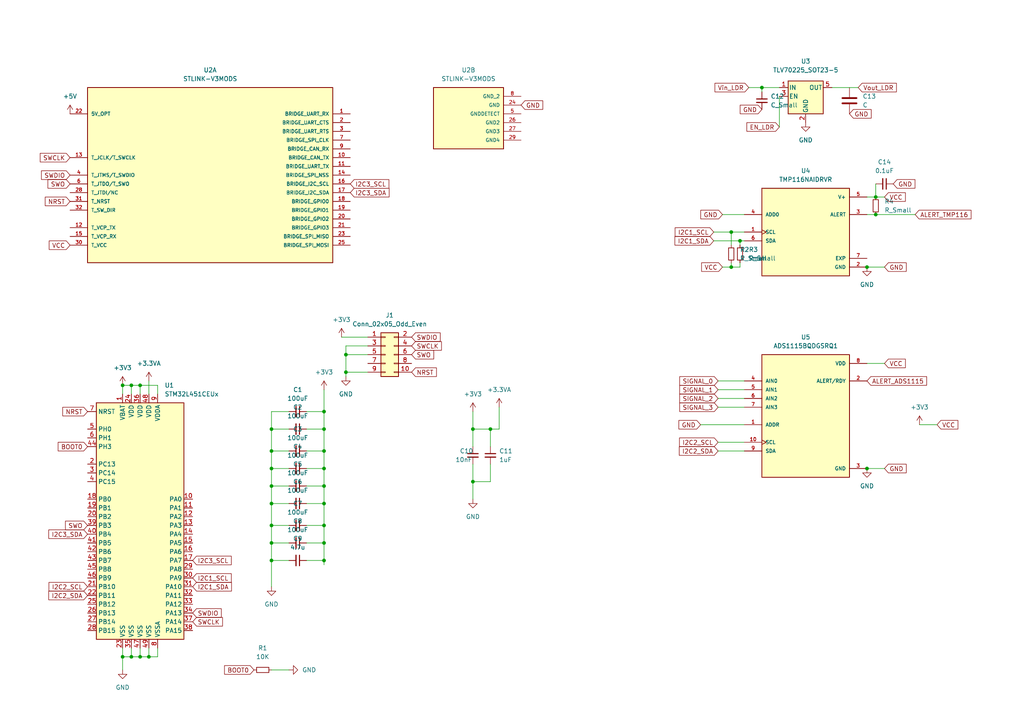
<source format=kicad_sch>
(kicad_sch (version 20211123) (generator eeschema)

  (uuid e63e39d7-6ac0-4ffd-8aa3-1841a4541b55)

  (paper "A4")

  (lib_symbols
    (symbol "ADS1115BQDGSRQ1:ADS1115BQDGSRQ1" (pin_names (offset 1.016)) (in_bom yes) (on_board yes)
      (property "Reference" "U" (id 0) (at -12.7 18.542 0)
        (effects (font (size 1.27 1.27)) (justify left bottom))
      )
      (property "Value" "ADS1115BQDGSRQ1" (id 1) (at -12.7 -20.32 0)
        (effects (font (size 1.27 1.27)) (justify left bottom))
      )
      (property "Footprint" "SOP50P490X110-10N" (id 2) (at 0 0 0)
        (effects (font (size 1.27 1.27)) (justify left bottom) hide)
      )
      (property "Datasheet" "" (id 3) (at 0 0 0)
        (effects (font (size 1.27 1.27)) (justify left bottom) hide)
      )
      (property "STANDARD" "IPC 7351B" (id 4) (at 0 0 0)
        (effects (font (size 1.27 1.27)) (justify left bottom) hide)
      )
      (property "PARTREV" "D" (id 5) (at 0 0 0)
        (effects (font (size 1.27 1.27)) (justify left bottom) hide)
      )
      (property "MANUFACTURER" "Texas Instruments" (id 6) (at 0 0 0)
        (effects (font (size 1.27 1.27)) (justify left bottom) hide)
      )
      (property "MAXIMUM_PACKAGE_HEIGHT" "1.1 mm" (id 7) (at 0 0 0)
        (effects (font (size 1.27 1.27)) (justify left bottom) hide)
      )
      (property "ki_locked" "" (id 8) (at 0 0 0)
        (effects (font (size 1.27 1.27)))
      )
      (symbol "ADS1115BQDGSRQ1_0_0"
        (rectangle (start -12.7 -17.78) (end 12.7 17.78)
          (stroke (width 0.254) (type default) (color 0 0 0 0))
          (fill (type background))
        )
        (pin input line (at -17.78 -2.54 0) (length 5.08)
          (name "ADDR" (effects (font (size 1.016 1.016))))
          (number "1" (effects (font (size 1.016 1.016))))
        )
        (pin input clock (at -17.78 -7.62 0) (length 5.08)
          (name "SCL" (effects (font (size 1.016 1.016))))
          (number "10" (effects (font (size 1.016 1.016))))
        )
        (pin output line (at 17.78 10.16 180) (length 5.08)
          (name "ALERT/RDY" (effects (font (size 1.016 1.016))))
          (number "2" (effects (font (size 1.016 1.016))))
        )
        (pin power_in line (at 17.78 -15.24 180) (length 5.08)
          (name "GND" (effects (font (size 1.016 1.016))))
          (number "3" (effects (font (size 1.016 1.016))))
        )
        (pin input line (at -17.78 10.16 0) (length 5.08)
          (name "AIN0" (effects (font (size 1.016 1.016))))
          (number "4" (effects (font (size 1.016 1.016))))
        )
        (pin input line (at -17.78 7.62 0) (length 5.08)
          (name "AIN1" (effects (font (size 1.016 1.016))))
          (number "5" (effects (font (size 1.016 1.016))))
        )
        (pin input line (at -17.78 5.08 0) (length 5.08)
          (name "AIN2" (effects (font (size 1.016 1.016))))
          (number "6" (effects (font (size 1.016 1.016))))
        )
        (pin input line (at -17.78 2.54 0) (length 5.08)
          (name "AIN3" (effects (font (size 1.016 1.016))))
          (number "7" (effects (font (size 1.016 1.016))))
        )
        (pin power_in line (at 17.78 15.24 180) (length 5.08)
          (name "VDD" (effects (font (size 1.016 1.016))))
          (number "8" (effects (font (size 1.016 1.016))))
        )
        (pin bidirectional line (at -17.78 -10.16 0) (length 5.08)
          (name "SDA" (effects (font (size 1.016 1.016))))
          (number "9" (effects (font (size 1.016 1.016))))
        )
      )
    )
    (symbol "Connector_Generic:Conn_02x05_Odd_Even" (pin_names (offset 1.016) hide) (in_bom yes) (on_board yes)
      (property "Reference" "J" (id 0) (at 1.27 7.62 0)
        (effects (font (size 1.27 1.27)))
      )
      (property "Value" "Conn_02x05_Odd_Even" (id 1) (at 1.27 -7.62 0)
        (effects (font (size 1.27 1.27)))
      )
      (property "Footprint" "" (id 2) (at 0 0 0)
        (effects (font (size 1.27 1.27)) hide)
      )
      (property "Datasheet" "~" (id 3) (at 0 0 0)
        (effects (font (size 1.27 1.27)) hide)
      )
      (property "ki_keywords" "connector" (id 4) (at 0 0 0)
        (effects (font (size 1.27 1.27)) hide)
      )
      (property "ki_description" "Generic connector, double row, 02x05, odd/even pin numbering scheme (row 1 odd numbers, row 2 even numbers), script generated (kicad-library-utils/schlib/autogen/connector/)" (id 5) (at 0 0 0)
        (effects (font (size 1.27 1.27)) hide)
      )
      (property "ki_fp_filters" "Connector*:*_2x??_*" (id 6) (at 0 0 0)
        (effects (font (size 1.27 1.27)) hide)
      )
      (symbol "Conn_02x05_Odd_Even_1_1"
        (rectangle (start -1.27 -4.953) (end 0 -5.207)
          (stroke (width 0.1524) (type default) (color 0 0 0 0))
          (fill (type none))
        )
        (rectangle (start -1.27 -2.413) (end 0 -2.667)
          (stroke (width 0.1524) (type default) (color 0 0 0 0))
          (fill (type none))
        )
        (rectangle (start -1.27 0.127) (end 0 -0.127)
          (stroke (width 0.1524) (type default) (color 0 0 0 0))
          (fill (type none))
        )
        (rectangle (start -1.27 2.667) (end 0 2.413)
          (stroke (width 0.1524) (type default) (color 0 0 0 0))
          (fill (type none))
        )
        (rectangle (start -1.27 5.207) (end 0 4.953)
          (stroke (width 0.1524) (type default) (color 0 0 0 0))
          (fill (type none))
        )
        (rectangle (start -1.27 6.35) (end 3.81 -6.35)
          (stroke (width 0.254) (type default) (color 0 0 0 0))
          (fill (type background))
        )
        (rectangle (start 3.81 -4.953) (end 2.54 -5.207)
          (stroke (width 0.1524) (type default) (color 0 0 0 0))
          (fill (type none))
        )
        (rectangle (start 3.81 -2.413) (end 2.54 -2.667)
          (stroke (width 0.1524) (type default) (color 0 0 0 0))
          (fill (type none))
        )
        (rectangle (start 3.81 0.127) (end 2.54 -0.127)
          (stroke (width 0.1524) (type default) (color 0 0 0 0))
          (fill (type none))
        )
        (rectangle (start 3.81 2.667) (end 2.54 2.413)
          (stroke (width 0.1524) (type default) (color 0 0 0 0))
          (fill (type none))
        )
        (rectangle (start 3.81 5.207) (end 2.54 4.953)
          (stroke (width 0.1524) (type default) (color 0 0 0 0))
          (fill (type none))
        )
        (pin passive line (at -5.08 5.08 0) (length 3.81)
          (name "Pin_1" (effects (font (size 1.27 1.27))))
          (number "1" (effects (font (size 1.27 1.27))))
        )
        (pin passive line (at 7.62 -5.08 180) (length 3.81)
          (name "Pin_10" (effects (font (size 1.27 1.27))))
          (number "10" (effects (font (size 1.27 1.27))))
        )
        (pin passive line (at 7.62 5.08 180) (length 3.81)
          (name "Pin_2" (effects (font (size 1.27 1.27))))
          (number "2" (effects (font (size 1.27 1.27))))
        )
        (pin passive line (at -5.08 2.54 0) (length 3.81)
          (name "Pin_3" (effects (font (size 1.27 1.27))))
          (number "3" (effects (font (size 1.27 1.27))))
        )
        (pin passive line (at 7.62 2.54 180) (length 3.81)
          (name "Pin_4" (effects (font (size 1.27 1.27))))
          (number "4" (effects (font (size 1.27 1.27))))
        )
        (pin passive line (at -5.08 0 0) (length 3.81)
          (name "Pin_5" (effects (font (size 1.27 1.27))))
          (number "5" (effects (font (size 1.27 1.27))))
        )
        (pin passive line (at 7.62 0 180) (length 3.81)
          (name "Pin_6" (effects (font (size 1.27 1.27))))
          (number "6" (effects (font (size 1.27 1.27))))
        )
        (pin passive line (at -5.08 -2.54 0) (length 3.81)
          (name "Pin_7" (effects (font (size 1.27 1.27))))
          (number "7" (effects (font (size 1.27 1.27))))
        )
        (pin passive line (at 7.62 -2.54 180) (length 3.81)
          (name "Pin_8" (effects (font (size 1.27 1.27))))
          (number "8" (effects (font (size 1.27 1.27))))
        )
        (pin passive line (at -5.08 -5.08 0) (length 3.81)
          (name "Pin_9" (effects (font (size 1.27 1.27))))
          (number "9" (effects (font (size 1.27 1.27))))
        )
      )
    )
    (symbol "Device:C" (pin_numbers hide) (pin_names (offset 0.254)) (in_bom yes) (on_board yes)
      (property "Reference" "C" (id 0) (at 0.635 2.54 0)
        (effects (font (size 1.27 1.27)) (justify left))
      )
      (property "Value" "C" (id 1) (at 0.635 -2.54 0)
        (effects (font (size 1.27 1.27)) (justify left))
      )
      (property "Footprint" "" (id 2) (at 0.9652 -3.81 0)
        (effects (font (size 1.27 1.27)) hide)
      )
      (property "Datasheet" "~" (id 3) (at 0 0 0)
        (effects (font (size 1.27 1.27)) hide)
      )
      (property "ki_keywords" "cap capacitor" (id 4) (at 0 0 0)
        (effects (font (size 1.27 1.27)) hide)
      )
      (property "ki_description" "Unpolarized capacitor" (id 5) (at 0 0 0)
        (effects (font (size 1.27 1.27)) hide)
      )
      (property "ki_fp_filters" "C_*" (id 6) (at 0 0 0)
        (effects (font (size 1.27 1.27)) hide)
      )
      (symbol "C_0_1"
        (polyline
          (pts
            (xy -2.032 -0.762)
            (xy 2.032 -0.762)
          )
          (stroke (width 0.508) (type default) (color 0 0 0 0))
          (fill (type none))
        )
        (polyline
          (pts
            (xy -2.032 0.762)
            (xy 2.032 0.762)
          )
          (stroke (width 0.508) (type default) (color 0 0 0 0))
          (fill (type none))
        )
      )
      (symbol "C_1_1"
        (pin passive line (at 0 3.81 270) (length 2.794)
          (name "~" (effects (font (size 1.27 1.27))))
          (number "1" (effects (font (size 1.27 1.27))))
        )
        (pin passive line (at 0 -3.81 90) (length 2.794)
          (name "~" (effects (font (size 1.27 1.27))))
          (number "2" (effects (font (size 1.27 1.27))))
        )
      )
    )
    (symbol "Device:C_Small" (pin_numbers hide) (pin_names (offset 0.254) hide) (in_bom yes) (on_board yes)
      (property "Reference" "C" (id 0) (at 0.254 1.778 0)
        (effects (font (size 1.27 1.27)) (justify left))
      )
      (property "Value" "C_Small" (id 1) (at 0.254 -2.032 0)
        (effects (font (size 1.27 1.27)) (justify left))
      )
      (property "Footprint" "" (id 2) (at 0 0 0)
        (effects (font (size 1.27 1.27)) hide)
      )
      (property "Datasheet" "~" (id 3) (at 0 0 0)
        (effects (font (size 1.27 1.27)) hide)
      )
      (property "ki_keywords" "capacitor cap" (id 4) (at 0 0 0)
        (effects (font (size 1.27 1.27)) hide)
      )
      (property "ki_description" "Unpolarized capacitor, small symbol" (id 5) (at 0 0 0)
        (effects (font (size 1.27 1.27)) hide)
      )
      (property "ki_fp_filters" "C_*" (id 6) (at 0 0 0)
        (effects (font (size 1.27 1.27)) hide)
      )
      (symbol "C_Small_0_1"
        (polyline
          (pts
            (xy -1.524 -0.508)
            (xy 1.524 -0.508)
          )
          (stroke (width 0.3302) (type default) (color 0 0 0 0))
          (fill (type none))
        )
        (polyline
          (pts
            (xy -1.524 0.508)
            (xy 1.524 0.508)
          )
          (stroke (width 0.3048) (type default) (color 0 0 0 0))
          (fill (type none))
        )
      )
      (symbol "C_Small_1_1"
        (pin passive line (at 0 2.54 270) (length 2.032)
          (name "~" (effects (font (size 1.27 1.27))))
          (number "1" (effects (font (size 1.27 1.27))))
        )
        (pin passive line (at 0 -2.54 90) (length 2.032)
          (name "~" (effects (font (size 1.27 1.27))))
          (number "2" (effects (font (size 1.27 1.27))))
        )
      )
    )
    (symbol "Device:R_Small" (pin_numbers hide) (pin_names (offset 0.254) hide) (in_bom yes) (on_board yes)
      (property "Reference" "R" (id 0) (at 0.762 0.508 0)
        (effects (font (size 1.27 1.27)) (justify left))
      )
      (property "Value" "R_Small" (id 1) (at 0.762 -1.016 0)
        (effects (font (size 1.27 1.27)) (justify left))
      )
      (property "Footprint" "" (id 2) (at 0 0 0)
        (effects (font (size 1.27 1.27)) hide)
      )
      (property "Datasheet" "~" (id 3) (at 0 0 0)
        (effects (font (size 1.27 1.27)) hide)
      )
      (property "ki_keywords" "R resistor" (id 4) (at 0 0 0)
        (effects (font (size 1.27 1.27)) hide)
      )
      (property "ki_description" "Resistor, small symbol" (id 5) (at 0 0 0)
        (effects (font (size 1.27 1.27)) hide)
      )
      (property "ki_fp_filters" "R_*" (id 6) (at 0 0 0)
        (effects (font (size 1.27 1.27)) hide)
      )
      (symbol "R_Small_0_1"
        (rectangle (start -0.762 1.778) (end 0.762 -1.778)
          (stroke (width 0.2032) (type default) (color 0 0 0 0))
          (fill (type none))
        )
      )
      (symbol "R_Small_1_1"
        (pin passive line (at 0 2.54 270) (length 0.762)
          (name "~" (effects (font (size 1.27 1.27))))
          (number "1" (effects (font (size 1.27 1.27))))
        )
        (pin passive line (at 0 -2.54 90) (length 0.762)
          (name "~" (effects (font (size 1.27 1.27))))
          (number "2" (effects (font (size 1.27 1.27))))
        )
      )
    )
    (symbol "MCU_ST_STM32L4:STM32L451CEUx" (in_bom yes) (on_board yes)
      (property "Reference" "U" (id 0) (at -12.7 34.29 0)
        (effects (font (size 1.27 1.27)) (justify left))
      )
      (property "Value" "STM32L451CEUx" (id 1) (at 7.62 34.29 0)
        (effects (font (size 1.27 1.27)) (justify left))
      )
      (property "Footprint" "Package_DFN_QFN:QFN-48-1EP_7x7mm_P0.5mm_EP5.6x5.6mm" (id 2) (at -12.7 -35.56 0)
        (effects (font (size 1.27 1.27)) (justify right) hide)
      )
      (property "Datasheet" "http://www.st.com/st-web-ui/static/active/en/resource/technical/document/datasheet/DM00340475.pdf" (id 3) (at 0 0 0)
        (effects (font (size 1.27 1.27)) hide)
      )
      (property "ki_keywords" "ARM Cortex-M4 STM32L4 STM32L4x1" (id 4) (at 0 0 0)
        (effects (font (size 1.27 1.27)) hide)
      )
      (property "ki_description" "ARM Cortex-M4 MCU, 512KB flash, 160KB RAM, 80MHz, 1.71-3.6V, 38 GPIO, UFQFPN-48" (id 5) (at 0 0 0)
        (effects (font (size 1.27 1.27)) hide)
      )
      (property "ki_fp_filters" "QFN*1EP*7x7mm*P0.5mm*" (id 6) (at 0 0 0)
        (effects (font (size 1.27 1.27)) hide)
      )
      (symbol "STM32L451CEUx_0_1"
        (rectangle (start -12.7 -35.56) (end 12.7 33.02)
          (stroke (width 0.254) (type default) (color 0 0 0 0))
          (fill (type background))
        )
      )
      (symbol "STM32L451CEUx_1_1"
        (pin power_in line (at -5.08 35.56 270) (length 2.54)
          (name "VBAT" (effects (font (size 1.27 1.27))))
          (number "1" (effects (font (size 1.27 1.27))))
        )
        (pin bidirectional line (at 15.24 5.08 180) (length 2.54)
          (name "PA0" (effects (font (size 1.27 1.27))))
          (number "10" (effects (font (size 1.27 1.27))))
        )
        (pin bidirectional line (at 15.24 2.54 180) (length 2.54)
          (name "PA1" (effects (font (size 1.27 1.27))))
          (number "11" (effects (font (size 1.27 1.27))))
        )
        (pin bidirectional line (at 15.24 0 180) (length 2.54)
          (name "PA2" (effects (font (size 1.27 1.27))))
          (number "12" (effects (font (size 1.27 1.27))))
        )
        (pin bidirectional line (at 15.24 -2.54 180) (length 2.54)
          (name "PA3" (effects (font (size 1.27 1.27))))
          (number "13" (effects (font (size 1.27 1.27))))
        )
        (pin bidirectional line (at 15.24 -5.08 180) (length 2.54)
          (name "PA4" (effects (font (size 1.27 1.27))))
          (number "14" (effects (font (size 1.27 1.27))))
        )
        (pin bidirectional line (at 15.24 -7.62 180) (length 2.54)
          (name "PA5" (effects (font (size 1.27 1.27))))
          (number "15" (effects (font (size 1.27 1.27))))
        )
        (pin bidirectional line (at 15.24 -10.16 180) (length 2.54)
          (name "PA6" (effects (font (size 1.27 1.27))))
          (number "16" (effects (font (size 1.27 1.27))))
        )
        (pin bidirectional line (at 15.24 -12.7 180) (length 2.54)
          (name "PA7" (effects (font (size 1.27 1.27))))
          (number "17" (effects (font (size 1.27 1.27))))
        )
        (pin bidirectional line (at -15.24 5.08 0) (length 2.54)
          (name "PB0" (effects (font (size 1.27 1.27))))
          (number "18" (effects (font (size 1.27 1.27))))
        )
        (pin bidirectional line (at -15.24 2.54 0) (length 2.54)
          (name "PB1" (effects (font (size 1.27 1.27))))
          (number "19" (effects (font (size 1.27 1.27))))
        )
        (pin bidirectional line (at -15.24 15.24 0) (length 2.54)
          (name "PC13" (effects (font (size 1.27 1.27))))
          (number "2" (effects (font (size 1.27 1.27))))
        )
        (pin bidirectional line (at -15.24 0 0) (length 2.54)
          (name "PB2" (effects (font (size 1.27 1.27))))
          (number "20" (effects (font (size 1.27 1.27))))
        )
        (pin bidirectional line (at -15.24 -20.32 0) (length 2.54)
          (name "PB10" (effects (font (size 1.27 1.27))))
          (number "21" (effects (font (size 1.27 1.27))))
        )
        (pin bidirectional line (at -15.24 -22.86 0) (length 2.54)
          (name "PB11" (effects (font (size 1.27 1.27))))
          (number "22" (effects (font (size 1.27 1.27))))
        )
        (pin power_in line (at -5.08 -38.1 90) (length 2.54)
          (name "VSS" (effects (font (size 1.27 1.27))))
          (number "23" (effects (font (size 1.27 1.27))))
        )
        (pin power_in line (at -2.54 35.56 270) (length 2.54)
          (name "VDD" (effects (font (size 1.27 1.27))))
          (number "24" (effects (font (size 1.27 1.27))))
        )
        (pin bidirectional line (at -15.24 -25.4 0) (length 2.54)
          (name "PB12" (effects (font (size 1.27 1.27))))
          (number "25" (effects (font (size 1.27 1.27))))
        )
        (pin bidirectional line (at -15.24 -27.94 0) (length 2.54)
          (name "PB13" (effects (font (size 1.27 1.27))))
          (number "26" (effects (font (size 1.27 1.27))))
        )
        (pin bidirectional line (at -15.24 -30.48 0) (length 2.54)
          (name "PB14" (effects (font (size 1.27 1.27))))
          (number "27" (effects (font (size 1.27 1.27))))
        )
        (pin bidirectional line (at -15.24 -33.02 0) (length 2.54)
          (name "PB15" (effects (font (size 1.27 1.27))))
          (number "28" (effects (font (size 1.27 1.27))))
        )
        (pin bidirectional line (at 15.24 -15.24 180) (length 2.54)
          (name "PA8" (effects (font (size 1.27 1.27))))
          (number "29" (effects (font (size 1.27 1.27))))
        )
        (pin bidirectional line (at -15.24 12.7 0) (length 2.54)
          (name "PC14" (effects (font (size 1.27 1.27))))
          (number "3" (effects (font (size 1.27 1.27))))
        )
        (pin bidirectional line (at 15.24 -17.78 180) (length 2.54)
          (name "PA9" (effects (font (size 1.27 1.27))))
          (number "30" (effects (font (size 1.27 1.27))))
        )
        (pin bidirectional line (at 15.24 -20.32 180) (length 2.54)
          (name "PA10" (effects (font (size 1.27 1.27))))
          (number "31" (effects (font (size 1.27 1.27))))
        )
        (pin bidirectional line (at 15.24 -22.86 180) (length 2.54)
          (name "PA11" (effects (font (size 1.27 1.27))))
          (number "32" (effects (font (size 1.27 1.27))))
        )
        (pin bidirectional line (at 15.24 -25.4 180) (length 2.54)
          (name "PA12" (effects (font (size 1.27 1.27))))
          (number "33" (effects (font (size 1.27 1.27))))
        )
        (pin bidirectional line (at 15.24 -27.94 180) (length 2.54)
          (name "PA13" (effects (font (size 1.27 1.27))))
          (number "34" (effects (font (size 1.27 1.27))))
        )
        (pin power_in line (at -2.54 -38.1 90) (length 2.54)
          (name "VSS" (effects (font (size 1.27 1.27))))
          (number "35" (effects (font (size 1.27 1.27))))
        )
        (pin power_in line (at 0 35.56 270) (length 2.54)
          (name "VDD" (effects (font (size 1.27 1.27))))
          (number "36" (effects (font (size 1.27 1.27))))
        )
        (pin bidirectional line (at 15.24 -30.48 180) (length 2.54)
          (name "PA14" (effects (font (size 1.27 1.27))))
          (number "37" (effects (font (size 1.27 1.27))))
        )
        (pin bidirectional line (at 15.24 -33.02 180) (length 2.54)
          (name "PA15" (effects (font (size 1.27 1.27))))
          (number "38" (effects (font (size 1.27 1.27))))
        )
        (pin bidirectional line (at -15.24 -2.54 0) (length 2.54)
          (name "PB3" (effects (font (size 1.27 1.27))))
          (number "39" (effects (font (size 1.27 1.27))))
        )
        (pin bidirectional line (at -15.24 10.16 0) (length 2.54)
          (name "PC15" (effects (font (size 1.27 1.27))))
          (number "4" (effects (font (size 1.27 1.27))))
        )
        (pin bidirectional line (at -15.24 -5.08 0) (length 2.54)
          (name "PB4" (effects (font (size 1.27 1.27))))
          (number "40" (effects (font (size 1.27 1.27))))
        )
        (pin bidirectional line (at -15.24 -7.62 0) (length 2.54)
          (name "PB5" (effects (font (size 1.27 1.27))))
          (number "41" (effects (font (size 1.27 1.27))))
        )
        (pin bidirectional line (at -15.24 -10.16 0) (length 2.54)
          (name "PB6" (effects (font (size 1.27 1.27))))
          (number "42" (effects (font (size 1.27 1.27))))
        )
        (pin bidirectional line (at -15.24 -12.7 0) (length 2.54)
          (name "PB7" (effects (font (size 1.27 1.27))))
          (number "43" (effects (font (size 1.27 1.27))))
        )
        (pin bidirectional line (at -15.24 20.32 0) (length 2.54)
          (name "PH3" (effects (font (size 1.27 1.27))))
          (number "44" (effects (font (size 1.27 1.27))))
        )
        (pin bidirectional line (at -15.24 -15.24 0) (length 2.54)
          (name "PB8" (effects (font (size 1.27 1.27))))
          (number "45" (effects (font (size 1.27 1.27))))
        )
        (pin bidirectional line (at -15.24 -17.78 0) (length 2.54)
          (name "PB9" (effects (font (size 1.27 1.27))))
          (number "46" (effects (font (size 1.27 1.27))))
        )
        (pin power_in line (at 0 -38.1 90) (length 2.54)
          (name "VSS" (effects (font (size 1.27 1.27))))
          (number "47" (effects (font (size 1.27 1.27))))
        )
        (pin power_in line (at 2.54 35.56 270) (length 2.54)
          (name "VDD" (effects (font (size 1.27 1.27))))
          (number "48" (effects (font (size 1.27 1.27))))
        )
        (pin power_in line (at 2.54 -38.1 90) (length 2.54)
          (name "VSS" (effects (font (size 1.27 1.27))))
          (number "49" (effects (font (size 1.27 1.27))))
        )
        (pin input line (at -15.24 25.4 0) (length 2.54)
          (name "PH0" (effects (font (size 1.27 1.27))))
          (number "5" (effects (font (size 1.27 1.27))))
        )
        (pin input line (at -15.24 22.86 0) (length 2.54)
          (name "PH1" (effects (font (size 1.27 1.27))))
          (number "6" (effects (font (size 1.27 1.27))))
        )
        (pin input line (at -15.24 30.48 0) (length 2.54)
          (name "NRST" (effects (font (size 1.27 1.27))))
          (number "7" (effects (font (size 1.27 1.27))))
        )
        (pin power_in line (at 5.08 -38.1 90) (length 2.54)
          (name "VSSA" (effects (font (size 1.27 1.27))))
          (number "8" (effects (font (size 1.27 1.27))))
        )
        (pin power_in line (at 5.08 35.56 270) (length 2.54)
          (name "VDDA" (effects (font (size 1.27 1.27))))
          (number "9" (effects (font (size 1.27 1.27))))
        )
      )
    )
    (symbol "Regulator_Linear:TLV70225_SOT23-5" (pin_names (offset 0.254)) (in_bom yes) (on_board yes)
      (property "Reference" "U" (id 0) (at -3.81 5.715 0)
        (effects (font (size 1.27 1.27)))
      )
      (property "Value" "TLV70225_SOT23-5" (id 1) (at 0 5.715 0)
        (effects (font (size 1.27 1.27)) (justify left))
      )
      (property "Footprint" "Package_TO_SOT_SMD:SOT-23-5" (id 2) (at 0 8.255 0)
        (effects (font (size 1.27 1.27) italic) hide)
      )
      (property "Datasheet" "http://www.ti.com/lit/ds/symlink/tlv702.pdf" (id 3) (at 0 1.27 0)
        (effects (font (size 1.27 1.27)) hide)
      )
      (property "ki_keywords" "300mA LDO Regulator Fixed Positive" (id 4) (at 0 0 0)
        (effects (font (size 1.27 1.27)) hide)
      )
      (property "ki_description" "300mA Low Dropout Voltage Regulator, Fixed Output 2.5V, SOT-23-5" (id 5) (at 0 0 0)
        (effects (font (size 1.27 1.27)) hide)
      )
      (property "ki_fp_filters" "SOT?23*" (id 6) (at 0 0 0)
        (effects (font (size 1.27 1.27)) hide)
      )
      (symbol "TLV70225_SOT23-5_0_1"
        (rectangle (start -5.08 4.445) (end 5.08 -5.08)
          (stroke (width 0.254) (type default) (color 0 0 0 0))
          (fill (type background))
        )
      )
      (symbol "TLV70225_SOT23-5_1_1"
        (pin power_in line (at -7.62 2.54 0) (length 2.54)
          (name "IN" (effects (font (size 1.27 1.27))))
          (number "1" (effects (font (size 1.27 1.27))))
        )
        (pin power_in line (at 0 -7.62 90) (length 2.54)
          (name "GND" (effects (font (size 1.27 1.27))))
          (number "2" (effects (font (size 1.27 1.27))))
        )
        (pin input line (at -7.62 0 0) (length 2.54)
          (name "EN" (effects (font (size 1.27 1.27))))
          (number "3" (effects (font (size 1.27 1.27))))
        )
        (pin no_connect line (at 5.08 0 180) (length 2.54) hide
          (name "NC" (effects (font (size 1.27 1.27))))
          (number "4" (effects (font (size 1.27 1.27))))
        )
        (pin power_out line (at 7.62 2.54 180) (length 2.54)
          (name "OUT" (effects (font (size 1.27 1.27))))
          (number "5" (effects (font (size 1.27 1.27))))
        )
      )
    )
    (symbol "STLINK-V3MODS:STLINK-V3MODS" (pin_names (offset 1.016)) (in_bom yes) (on_board yes)
      (property "Reference" "U" (id 0) (at -35.56 26.162 0)
        (effects (font (size 1.27 1.27)) (justify left bottom))
      )
      (property "Value" "STLINK-V3MODS" (id 1) (at -35.56 -27.94 0)
        (effects (font (size 1.27 1.27)) (justify left bottom))
      )
      (property "Footprint" "MODULE_STLINK-V3MODS" (id 2) (at 0 0 0)
        (effects (font (size 1.27 1.27)) (justify left bottom) hide)
      )
      (property "Datasheet" "" (id 3) (at 0 0 0)
        (effects (font (size 1.27 1.27)) (justify left bottom) hide)
      )
      (property "MANUFACTURER" "ST Microelectronics" (id 4) (at 0 0 0)
        (effects (font (size 1.27 1.27)) (justify left bottom) hide)
      )
      (property "STANDARD" "Manufacturer Recommendations" (id 5) (at 0 0 0)
        (effects (font (size 1.27 1.27)) (justify left bottom) hide)
      )
      (property "PARTREV" "1" (id 6) (at 0 0 0)
        (effects (font (size 1.27 1.27)) (justify left bottom) hide)
      )
      (property "ki_locked" "" (id 7) (at 0 0 0)
        (effects (font (size 1.27 1.27)))
      )
      (symbol "STLINK-V3MODS_1_0"
        (rectangle (start -35.56 -25.4) (end 35.56 25.4)
          (stroke (width 0.254) (type default) (color 0 0 0 0))
          (fill (type background))
        )
        (pin passive line (at 40.64 17.78 180) (length 5.08)
          (name "BRIDGE_UART_RX" (effects (font (size 1.016 1.016))))
          (number "1" (effects (font (size 1.016 1.016))))
        )
        (pin passive line (at 40.64 5.08 180) (length 5.08)
          (name "BRIDGE_CAN_TX" (effects (font (size 1.016 1.016))))
          (number "10" (effects (font (size 1.016 1.016))))
        )
        (pin passive line (at 40.64 2.54 180) (length 5.08)
          (name "BRIDGE_UART_TX" (effects (font (size 1.016 1.016))))
          (number "11" (effects (font (size 1.016 1.016))))
        )
        (pin passive line (at -40.64 -15.24 0) (length 5.08)
          (name "T_VCP_TX" (effects (font (size 1.016 1.016))))
          (number "12" (effects (font (size 1.016 1.016))))
        )
        (pin passive line (at -40.64 5.08 0) (length 5.08)
          (name "T_JCLK/T_SWCLK" (effects (font (size 1.016 1.016))))
          (number "13" (effects (font (size 1.016 1.016))))
        )
        (pin passive line (at 40.64 0 180) (length 5.08)
          (name "BRIDGE_SPI_NSS" (effects (font (size 1.016 1.016))))
          (number "14" (effects (font (size 1.016 1.016))))
        )
        (pin passive line (at -40.64 -17.78 0) (length 5.08)
          (name "T_VCP_RX" (effects (font (size 1.016 1.016))))
          (number "15" (effects (font (size 1.016 1.016))))
        )
        (pin bidirectional line (at 40.64 -2.54 180) (length 5.08)
          (name "BRIDGE_I2C_SCL" (effects (font (size 1.016 1.016))))
          (number "16" (effects (font (size 1.016 1.016))))
        )
        (pin bidirectional line (at 40.64 -5.08 180) (length 5.08)
          (name "BRIDGE_I2C_SDA" (effects (font (size 1.016 1.016))))
          (number "17" (effects (font (size 1.016 1.016))))
        )
        (pin bidirectional line (at 40.64 -7.62 180) (length 5.08)
          (name "BRIDGE_GPIO0" (effects (font (size 1.016 1.016))))
          (number "18" (effects (font (size 1.016 1.016))))
        )
        (pin bidirectional line (at 40.64 -10.16 180) (length 5.08)
          (name "BRIDGE_GPIO1" (effects (font (size 1.016 1.016))))
          (number "19" (effects (font (size 1.016 1.016))))
        )
        (pin passive line (at 40.64 15.24 180) (length 5.08)
          (name "BRIDGE_UART_CTS" (effects (font (size 1.016 1.016))))
          (number "2" (effects (font (size 1.016 1.016))))
        )
        (pin bidirectional line (at 40.64 -12.7 180) (length 5.08)
          (name "BRIDGE_GPIO2" (effects (font (size 1.016 1.016))))
          (number "20" (effects (font (size 1.016 1.016))))
        )
        (pin bidirectional line (at 40.64 -15.24 180) (length 5.08)
          (name "BRIDGE_GPIO3" (effects (font (size 1.016 1.016))))
          (number "21" (effects (font (size 1.016 1.016))))
        )
        (pin passive line (at -40.64 17.78 0) (length 5.08)
          (name "5V_OPT" (effects (font (size 1.016 1.016))))
          (number "22" (effects (font (size 1.016 1.016))))
        )
        (pin passive line (at 40.64 -17.78 180) (length 5.08)
          (name "BRIDGE_SPI_MISO" (effects (font (size 1.016 1.016))))
          (number "23" (effects (font (size 1.016 1.016))))
        )
        (pin passive line (at 40.64 -20.32 180) (length 5.08)
          (name "BRIDGE_SPI_MOSI" (effects (font (size 1.016 1.016))))
          (number "25" (effects (font (size 1.016 1.016))))
        )
        (pin passive line (at -40.64 -5.08 0) (length 5.08)
          (name "T_JTDI/NC" (effects (font (size 1.016 1.016))))
          (number "28" (effects (font (size 1.016 1.016))))
        )
        (pin passive line (at 40.64 12.7 180) (length 5.08)
          (name "BRIDGE_UART_RTS" (effects (font (size 1.016 1.016))))
          (number "3" (effects (font (size 1.016 1.016))))
        )
        (pin passive line (at -40.64 -20.32 0) (length 5.08)
          (name "T_VCC" (effects (font (size 1.016 1.016))))
          (number "30" (effects (font (size 1.016 1.016))))
        )
        (pin passive line (at -40.64 -7.62 0) (length 5.08)
          (name "T_NRST" (effects (font (size 1.016 1.016))))
          (number "31" (effects (font (size 1.016 1.016))))
        )
        (pin passive line (at -40.64 -10.16 0) (length 5.08)
          (name "T_SW_DIR" (effects (font (size 1.016 1.016))))
          (number "32" (effects (font (size 1.016 1.016))))
        )
        (pin passive line (at -40.64 0 0) (length 5.08)
          (name "T_JTMS/T_SWDIO" (effects (font (size 1.016 1.016))))
          (number "4" (effects (font (size 1.016 1.016))))
        )
        (pin passive line (at -40.64 -2.54 0) (length 5.08)
          (name "T_JTDO/T_SWO" (effects (font (size 1.016 1.016))))
          (number "6" (effects (font (size 1.016 1.016))))
        )
        (pin passive line (at 40.64 10.16 180) (length 5.08)
          (name "BRIDGE_SPI_CLK" (effects (font (size 1.016 1.016))))
          (number "7" (effects (font (size 1.016 1.016))))
        )
        (pin passive line (at 40.64 7.62 180) (length 5.08)
          (name "BRIDGE_CAN_RX" (effects (font (size 1.016 1.016))))
          (number "9" (effects (font (size 1.016 1.016))))
        )
      )
      (symbol "STLINK-V3MODS_2_0"
        (rectangle (start -10.16 -10.16) (end 10.16 7.62)
          (stroke (width 0.254) (type default) (color 0 0 0 0))
          (fill (type background))
        )
        (pin power_in line (at 15.24 2.54 180) (length 5.08)
          (name "GND" (effects (font (size 1.016 1.016))))
          (number "24" (effects (font (size 1.016 1.016))))
        )
        (pin power_in line (at 15.24 -2.54 180) (length 5.08)
          (name "GND2" (effects (font (size 1.016 1.016))))
          (number "26" (effects (font (size 1.016 1.016))))
        )
        (pin power_in line (at 15.24 -5.08 180) (length 5.08)
          (name "GND3" (effects (font (size 1.016 1.016))))
          (number "27" (effects (font (size 1.016 1.016))))
        )
        (pin power_in line (at 15.24 -7.62 180) (length 5.08)
          (name "GND4" (effects (font (size 1.016 1.016))))
          (number "29" (effects (font (size 1.016 1.016))))
        )
        (pin power_in line (at 15.24 0 180) (length 5.08)
          (name "GNDDETECT" (effects (font (size 1.016 1.016))))
          (number "5" (effects (font (size 1.016 1.016))))
        )
        (pin power_in line (at 15.24 5.08 180) (length 5.08)
          (name "GND_2" (effects (font (size 1.016 1.016))))
          (number "8" (effects (font (size 1.016 1.016))))
        )
      )
    )
    (symbol "TMP116NAIDRVR:TMP116NAIDRVR" (pin_names (offset 1.016)) (in_bom yes) (on_board yes)
      (property "Reference" "U" (id 0) (at -12.7 13.462 0)
        (effects (font (size 1.27 1.27)) (justify left bottom))
      )
      (property "Value" "TMP116NAIDRVR" (id 1) (at -12.7 -13.462 0)
        (effects (font (size 1.27 1.27)) (justify left bottom))
      )
      (property "Footprint" "SON65P200X200X80-7N" (id 2) (at 0 0 0)
        (effects (font (size 1.27 1.27)) (justify left bottom) hide)
      )
      (property "Datasheet" "" (id 3) (at 0 0 0)
        (effects (font (size 1.27 1.27)) (justify left bottom) hide)
      )
      (property "STANDARD" "IPC 7351B" (id 4) (at 0 0 0)
        (effects (font (size 1.27 1.27)) (justify left bottom) hide)
      )
      (property "PARTREV" "Rev. A" (id 5) (at 0 0 0)
        (effects (font (size 1.27 1.27)) (justify left bottom) hide)
      )
      (property "MANUFACTURER" "Texas Instruments" (id 6) (at 0 0 0)
        (effects (font (size 1.27 1.27)) (justify left bottom) hide)
      )
      (property "MAXIMUM_PACKAGE_HEIGHT" "0.8 mm" (id 7) (at 0 0 0)
        (effects (font (size 1.27 1.27)) (justify left bottom) hide)
      )
      (property "ki_locked" "" (id 8) (at 0 0 0)
        (effects (font (size 1.27 1.27)))
      )
      (symbol "TMP116NAIDRVR_0_0"
        (rectangle (start -12.7 -12.7) (end 12.7 12.7)
          (stroke (width 0.254) (type default) (color 0 0 0 0))
          (fill (type background))
        )
        (pin input clock (at -17.78 0 0) (length 5.08)
          (name "SCL" (effects (font (size 1.016 1.016))))
          (number "1" (effects (font (size 1.016 1.016))))
        )
        (pin power_in line (at 17.78 -10.16 180) (length 5.08)
          (name "GND" (effects (font (size 1.016 1.016))))
          (number "2" (effects (font (size 1.016 1.016))))
        )
        (pin output line (at 17.78 5.08 180) (length 5.08)
          (name "ALERT" (effects (font (size 1.016 1.016))))
          (number "3" (effects (font (size 1.016 1.016))))
        )
        (pin input line (at -17.78 5.08 0) (length 5.08)
          (name "ADD0" (effects (font (size 1.016 1.016))))
          (number "4" (effects (font (size 1.016 1.016))))
        )
        (pin power_in line (at 17.78 10.16 180) (length 5.08)
          (name "V+" (effects (font (size 1.016 1.016))))
          (number "5" (effects (font (size 1.016 1.016))))
        )
        (pin bidirectional line (at -17.78 -2.54 0) (length 5.08)
          (name "SDA" (effects (font (size 1.016 1.016))))
          (number "6" (effects (font (size 1.016 1.016))))
        )
        (pin power_in line (at 17.78 -7.62 180) (length 5.08)
          (name "EXP" (effects (font (size 1.016 1.016))))
          (number "7" (effects (font (size 1.016 1.016))))
        )
      )
    )
    (symbol "power:+3.3V" (power) (pin_names (offset 0)) (in_bom yes) (on_board yes)
      (property "Reference" "#PWR" (id 0) (at 0 -3.81 0)
        (effects (font (size 1.27 1.27)) hide)
      )
      (property "Value" "+3.3V" (id 1) (at 0 3.556 0)
        (effects (font (size 1.27 1.27)))
      )
      (property "Footprint" "" (id 2) (at 0 0 0)
        (effects (font (size 1.27 1.27)) hide)
      )
      (property "Datasheet" "" (id 3) (at 0 0 0)
        (effects (font (size 1.27 1.27)) hide)
      )
      (property "ki_keywords" "power-flag" (id 4) (at 0 0 0)
        (effects (font (size 1.27 1.27)) hide)
      )
      (property "ki_description" "Power symbol creates a global label with name \"+3.3V\"" (id 5) (at 0 0 0)
        (effects (font (size 1.27 1.27)) hide)
      )
      (symbol "+3.3V_0_1"
        (polyline
          (pts
            (xy -0.762 1.27)
            (xy 0 2.54)
          )
          (stroke (width 0) (type default) (color 0 0 0 0))
          (fill (type none))
        )
        (polyline
          (pts
            (xy 0 0)
            (xy 0 2.54)
          )
          (stroke (width 0) (type default) (color 0 0 0 0))
          (fill (type none))
        )
        (polyline
          (pts
            (xy 0 2.54)
            (xy 0.762 1.27)
          )
          (stroke (width 0) (type default) (color 0 0 0 0))
          (fill (type none))
        )
      )
      (symbol "+3.3V_1_1"
        (pin power_in line (at 0 0 90) (length 0) hide
          (name "+3V3" (effects (font (size 1.27 1.27))))
          (number "1" (effects (font (size 1.27 1.27))))
        )
      )
    )
    (symbol "power:+3.3VA" (power) (pin_names (offset 0)) (in_bom yes) (on_board yes)
      (property "Reference" "#PWR" (id 0) (at 0 -3.81 0)
        (effects (font (size 1.27 1.27)) hide)
      )
      (property "Value" "+3.3VA" (id 1) (at 0 3.556 0)
        (effects (font (size 1.27 1.27)))
      )
      (property "Footprint" "" (id 2) (at 0 0 0)
        (effects (font (size 1.27 1.27)) hide)
      )
      (property "Datasheet" "" (id 3) (at 0 0 0)
        (effects (font (size 1.27 1.27)) hide)
      )
      (property "ki_keywords" "power-flag" (id 4) (at 0 0 0)
        (effects (font (size 1.27 1.27)) hide)
      )
      (property "ki_description" "Power symbol creates a global label with name \"+3.3VA\"" (id 5) (at 0 0 0)
        (effects (font (size 1.27 1.27)) hide)
      )
      (symbol "+3.3VA_0_1"
        (polyline
          (pts
            (xy -0.762 1.27)
            (xy 0 2.54)
          )
          (stroke (width 0) (type default) (color 0 0 0 0))
          (fill (type none))
        )
        (polyline
          (pts
            (xy 0 0)
            (xy 0 2.54)
          )
          (stroke (width 0) (type default) (color 0 0 0 0))
          (fill (type none))
        )
        (polyline
          (pts
            (xy 0 2.54)
            (xy 0.762 1.27)
          )
          (stroke (width 0) (type default) (color 0 0 0 0))
          (fill (type none))
        )
      )
      (symbol "+3.3VA_1_1"
        (pin power_in line (at 0 0 90) (length 0) hide
          (name "+3.3VA" (effects (font (size 1.27 1.27))))
          (number "1" (effects (font (size 1.27 1.27))))
        )
      )
    )
    (symbol "power:+5V" (power) (pin_names (offset 0)) (in_bom yes) (on_board yes)
      (property "Reference" "#PWR" (id 0) (at 0 -3.81 0)
        (effects (font (size 1.27 1.27)) hide)
      )
      (property "Value" "+5V" (id 1) (at 0 3.556 0)
        (effects (font (size 1.27 1.27)))
      )
      (property "Footprint" "" (id 2) (at 0 0 0)
        (effects (font (size 1.27 1.27)) hide)
      )
      (property "Datasheet" "" (id 3) (at 0 0 0)
        (effects (font (size 1.27 1.27)) hide)
      )
      (property "ki_keywords" "power-flag" (id 4) (at 0 0 0)
        (effects (font (size 1.27 1.27)) hide)
      )
      (property "ki_description" "Power symbol creates a global label with name \"+5V\"" (id 5) (at 0 0 0)
        (effects (font (size 1.27 1.27)) hide)
      )
      (symbol "+5V_0_1"
        (polyline
          (pts
            (xy -0.762 1.27)
            (xy 0 2.54)
          )
          (stroke (width 0) (type default) (color 0 0 0 0))
          (fill (type none))
        )
        (polyline
          (pts
            (xy 0 0)
            (xy 0 2.54)
          )
          (stroke (width 0) (type default) (color 0 0 0 0))
          (fill (type none))
        )
        (polyline
          (pts
            (xy 0 2.54)
            (xy 0.762 1.27)
          )
          (stroke (width 0) (type default) (color 0 0 0 0))
          (fill (type none))
        )
      )
      (symbol "+5V_1_1"
        (pin power_in line (at 0 0 90) (length 0) hide
          (name "+5V" (effects (font (size 1.27 1.27))))
          (number "1" (effects (font (size 1.27 1.27))))
        )
      )
    )
    (symbol "power:GND" (power) (pin_names (offset 0)) (in_bom yes) (on_board yes)
      (property "Reference" "#PWR" (id 0) (at 0 -6.35 0)
        (effects (font (size 1.27 1.27)) hide)
      )
      (property "Value" "GND" (id 1) (at 0 -3.81 0)
        (effects (font (size 1.27 1.27)))
      )
      (property "Footprint" "" (id 2) (at 0 0 0)
        (effects (font (size 1.27 1.27)) hide)
      )
      (property "Datasheet" "" (id 3) (at 0 0 0)
        (effects (font (size 1.27 1.27)) hide)
      )
      (property "ki_keywords" "power-flag" (id 4) (at 0 0 0)
        (effects (font (size 1.27 1.27)) hide)
      )
      (property "ki_description" "Power symbol creates a global label with name \"GND\" , ground" (id 5) (at 0 0 0)
        (effects (font (size 1.27 1.27)) hide)
      )
      (symbol "GND_0_1"
        (polyline
          (pts
            (xy 0 0)
            (xy 0 -1.27)
            (xy 1.27 -1.27)
            (xy 0 -2.54)
            (xy -1.27 -1.27)
            (xy 0 -1.27)
          )
          (stroke (width 0) (type default) (color 0 0 0 0))
          (fill (type none))
        )
      )
      (symbol "GND_1_1"
        (pin power_in line (at 0 0 270) (length 0) hide
          (name "GND" (effects (font (size 1.27 1.27))))
          (number "1" (effects (font (size 1.27 1.27))))
        )
      )
    )
  )

  (junction (at 254 57.15) (diameter 0) (color 0 0 0 0)
    (uuid 005d464b-e7df-42d7-a5e7-43b913631416)
  )
  (junction (at 220.98 25.4) (diameter 0) (color 0 0 0 0)
    (uuid 0211e938-6334-4048-917f-a04b02474760)
  )
  (junction (at 212.09 67.31) (diameter 0) (color 0 0 0 0)
    (uuid 0d4f32d7-e17f-4328-b854-ca7b28f6acb8)
  )
  (junction (at 78.74 130.81) (diameter 0) (color 0 0 0 0)
    (uuid 11b84bff-9380-40fc-97b6-d054d9c09dff)
  )
  (junction (at 214.63 69.85) (diameter 0) (color 0 0 0 0)
    (uuid 13be45ec-de22-40aa-9f6d-d6cec3123fa2)
  )
  (junction (at 93.98 130.81) (diameter 0) (color 0 0 0 0)
    (uuid 1454a668-711f-4360-9c2f-0a2274735de0)
  )
  (junction (at 212.09 77.47) (diameter 0) (color 0 0 0 0)
    (uuid 15243b2c-9286-45ca-aa95-9ea871758be7)
  )
  (junction (at 93.98 152.4) (diameter 0) (color 0 0 0 0)
    (uuid 1b0d057b-4c82-41dd-b15d-6435fa747289)
  )
  (junction (at 40.64 190.5) (diameter 0) (color 0 0 0 0)
    (uuid 1d2bcdf6-8baa-4402-9f63-bed94d4c5bb5)
  )
  (junction (at 43.18 190.5) (diameter 0) (color 0 0 0 0)
    (uuid 1db94fa0-acb2-4ad5-a6e5-2b67144912e9)
  )
  (junction (at 40.64 111.76) (diameter 0) (color 0 0 0 0)
    (uuid 23afa4e9-e17a-4996-a0dc-4e51d922fcbe)
  )
  (junction (at 251.46 135.89) (diameter 0) (color 0 0 0 0)
    (uuid 267225a0-8c24-4bea-9f24-0e21b380fab3)
  )
  (junction (at 93.98 162.56) (diameter 0) (color 0 0 0 0)
    (uuid 2eb165d1-3af4-4a9c-8bd5-9cb860098954)
  )
  (junction (at 78.74 162.56) (diameter 0) (color 0 0 0 0)
    (uuid 2fbb73cd-5a64-4900-a209-35424c63388d)
  )
  (junction (at 78.74 146.05) (diameter 0) (color 0 0 0 0)
    (uuid 30e9a155-45ed-4147-bd27-5a069dfadc1b)
  )
  (junction (at 93.98 135.89) (diameter 0) (color 0 0 0 0)
    (uuid 385cfe23-e328-4efe-a3de-2de052adc737)
  )
  (junction (at 78.74 140.97) (diameter 0) (color 0 0 0 0)
    (uuid 3b06543a-5db6-4130-8336-0ff681ae2f23)
  )
  (junction (at 251.46 77.47) (diameter 0) (color 0 0 0 0)
    (uuid 3f72c0ea-9d26-4348-8688-2518f3d90507)
  )
  (junction (at 254 62.23) (diameter 0) (color 0 0 0 0)
    (uuid 49591d18-5d58-4c5f-896b-e09c6ec86662)
  )
  (junction (at 78.74 157.48) (diameter 0) (color 0 0 0 0)
    (uuid 53db8229-8ef3-44d9-929c-b4cb92e4752e)
  )
  (junction (at 93.98 157.48) (diameter 0) (color 0 0 0 0)
    (uuid 7058a508-5e5a-4994-a405-e8dfa3d58a62)
  )
  (junction (at 38.1 190.5) (diameter 0) (color 0 0 0 0)
    (uuid 758b9692-f51b-48e1-b20f-8a1ca7e94fde)
  )
  (junction (at 78.74 135.89) (diameter 0) (color 0 0 0 0)
    (uuid 83497735-ec2e-4428-8709-a60b8a8b41b1)
  )
  (junction (at 78.74 124.46) (diameter 0) (color 0 0 0 0)
    (uuid 8aaf33f6-c527-43aa-8335-2e18a1798f9b)
  )
  (junction (at 35.56 190.5) (diameter 0) (color 0 0 0 0)
    (uuid 929598a9-ccb2-480b-9bdc-c79a721138e2)
  )
  (junction (at 38.1 111.76) (diameter 0) (color 0 0 0 0)
    (uuid 9c36fb23-76bf-4573-9939-5afe0ff28daa)
  )
  (junction (at 93.98 119.38) (diameter 0) (color 0 0 0 0)
    (uuid b39d1a7c-66af-4996-a396-465b2af9c2e2)
  )
  (junction (at 137.16 139.7) (diameter 0) (color 0 0 0 0)
    (uuid bca37ccb-d555-4437-a96f-e2f041299c38)
  )
  (junction (at 100.33 102.87) (diameter 0) (color 0 0 0 0)
    (uuid c2e3be0e-1ac9-43d6-b1fc-385d1b64a219)
  )
  (junction (at 78.74 152.4) (diameter 0) (color 0 0 0 0)
    (uuid c8ce2b1b-a3e3-4ee9-96fc-2387dab831b2)
  )
  (junction (at 137.16 124.46) (diameter 0) (color 0 0 0 0)
    (uuid de606890-5557-41a9-8707-026399192849)
  )
  (junction (at 93.98 146.05) (diameter 0) (color 0 0 0 0)
    (uuid decad73e-c74b-4353-b494-c790d72cbc51)
  )
  (junction (at 93.98 124.46) (diameter 0) (color 0 0 0 0)
    (uuid dfac9a7a-0a2d-4ee5-9d14-ac9282e34c2a)
  )
  (junction (at 142.24 124.46) (diameter 0) (color 0 0 0 0)
    (uuid e19f5b84-012c-4fa7-abf6-0030173c3d70)
  )
  (junction (at 100.33 107.95) (diameter 0) (color 0 0 0 0)
    (uuid e9954f48-fbb7-4afe-a267-5b9929bc6645)
  )
  (junction (at 35.56 111.76) (diameter 0) (color 0 0 0 0)
    (uuid e9fb0861-2e57-4888-b755-c70a7ca91860)
  )
  (junction (at 93.98 140.97) (diameter 0) (color 0 0 0 0)
    (uuid f9eb91da-f701-4565-bf97-1649e45af07e)
  )

  (wire (pts (xy 35.56 187.96) (xy 35.56 190.5))
    (stroke (width 0) (type default) (color 0 0 0 0))
    (uuid 031191a7-9906-4079-ab1c-95a601cc9600)
  )
  (wire (pts (xy 142.24 139.7) (xy 142.24 134.62))
    (stroke (width 0) (type default) (color 0 0 0 0))
    (uuid 064cb734-6a66-4609-b4d3-134847e62491)
  )
  (wire (pts (xy 88.9 124.46) (xy 93.98 124.46))
    (stroke (width 0) (type default) (color 0 0 0 0))
    (uuid 07df506b-7972-4065-b3f1-b951b926fe3d)
  )
  (wire (pts (xy 88.9 119.38) (xy 93.98 119.38))
    (stroke (width 0) (type default) (color 0 0 0 0))
    (uuid 0939274e-7861-47b3-9b17-1e886ff2adea)
  )
  (wire (pts (xy 100.33 102.87) (xy 106.68 102.87))
    (stroke (width 0) (type default) (color 0 0 0 0))
    (uuid 10d7f338-9575-4428-af47-26f59d65ba2d)
  )
  (wire (pts (xy 78.74 124.46) (xy 78.74 130.81))
    (stroke (width 0) (type default) (color 0 0 0 0))
    (uuid 10db0ef0-f725-41e6-8f97-1a8a26d54412)
  )
  (wire (pts (xy 38.1 111.76) (xy 40.64 111.76))
    (stroke (width 0) (type default) (color 0 0 0 0))
    (uuid 1454dbda-3b33-44f5-9c9b-9947078ab586)
  )
  (wire (pts (xy 78.74 146.05) (xy 78.74 152.4))
    (stroke (width 0) (type default) (color 0 0 0 0))
    (uuid 15b1c6c6-09e0-4330-9c02-71ada557e378)
  )
  (wire (pts (xy 214.63 76.2) (xy 214.63 77.47))
    (stroke (width 0) (type default) (color 0 0 0 0))
    (uuid 1a1263ef-4fbf-4af2-baf7-ff15e22de390)
  )
  (wire (pts (xy 241.3 25.4) (xy 248.92 25.4))
    (stroke (width 0) (type default) (color 0 0 0 0))
    (uuid 1fbc3295-7ab5-4e31-ad30-b828afb173ba)
  )
  (wire (pts (xy 40.64 111.76) (xy 40.64 114.3))
    (stroke (width 0) (type default) (color 0 0 0 0))
    (uuid 21ccda76-bc4b-43a9-9300-45278db06c51)
  )
  (wire (pts (xy 217.17 25.4) (xy 220.98 25.4))
    (stroke (width 0) (type default) (color 0 0 0 0))
    (uuid 2305365a-384d-4841-a4e8-f478a9219b13)
  )
  (wire (pts (xy 88.9 162.56) (xy 93.98 162.56))
    (stroke (width 0) (type default) (color 0 0 0 0))
    (uuid 2375833c-033c-4fee-bf3e-9dc098ab01ff)
  )
  (wire (pts (xy 88.9 146.05) (xy 93.98 146.05))
    (stroke (width 0) (type default) (color 0 0 0 0))
    (uuid 266cff50-dd29-4dc7-a948-222355b32a0c)
  )
  (wire (pts (xy 226.06 27.94) (xy 226.06 36.83))
    (stroke (width 0) (type default) (color 0 0 0 0))
    (uuid 2ab63968-cc7e-441a-869d-00f11d0e1acf)
  )
  (wire (pts (xy 220.98 25.4) (xy 220.98 26.67))
    (stroke (width 0) (type default) (color 0 0 0 0))
    (uuid 2becb3b8-32e3-4534-9de6-365d1d1e4fcd)
  )
  (wire (pts (xy 251.46 77.47) (xy 256.54 77.47))
    (stroke (width 0) (type default) (color 0 0 0 0))
    (uuid 2f4f0169-f77b-4f17-a8f2-3213451fdfcb)
  )
  (wire (pts (xy 93.98 152.4) (xy 93.98 157.48))
    (stroke (width 0) (type default) (color 0 0 0 0))
    (uuid 2f82a7dc-8ea5-4802-ad11-1ebd69f7f2ed)
  )
  (wire (pts (xy 88.9 135.89) (xy 93.98 135.89))
    (stroke (width 0) (type default) (color 0 0 0 0))
    (uuid 301a636d-f4a0-4cd1-b0bc-28dd5f20db23)
  )
  (wire (pts (xy 208.28 110.49) (xy 215.9 110.49))
    (stroke (width 0) (type default) (color 0 0 0 0))
    (uuid 3342f8b3-53f2-4468-bba7-1d4be0dbf411)
  )
  (wire (pts (xy 207.01 69.85) (xy 214.63 69.85))
    (stroke (width 0) (type default) (color 0 0 0 0))
    (uuid 3492e95e-3e3c-4eee-809e-fe783bdc4884)
  )
  (wire (pts (xy 137.16 134.62) (xy 137.16 139.7))
    (stroke (width 0) (type default) (color 0 0 0 0))
    (uuid 3600d0bb-6732-416b-a690-3ac7c6cb1967)
  )
  (wire (pts (xy 45.72 111.76) (xy 45.72 114.3))
    (stroke (width 0) (type default) (color 0 0 0 0))
    (uuid 3644084b-0476-4a0a-97dc-7e61069684ff)
  )
  (wire (pts (xy 207.01 67.31) (xy 212.09 67.31))
    (stroke (width 0) (type default) (color 0 0 0 0))
    (uuid 3a05c1d2-ece4-407d-82f9-8d95ee90e20c)
  )
  (wire (pts (xy 78.74 157.48) (xy 78.74 162.56))
    (stroke (width 0) (type default) (color 0 0 0 0))
    (uuid 3b962f7c-066d-47a2-8b0b-8a76182d2542)
  )
  (wire (pts (xy 78.74 135.89) (xy 78.74 140.97))
    (stroke (width 0) (type default) (color 0 0 0 0))
    (uuid 40173042-231a-4df1-9e8d-bd32fac917fc)
  )
  (wire (pts (xy 78.74 194.31) (xy 83.82 194.31))
    (stroke (width 0) (type default) (color 0 0 0 0))
    (uuid 40f9cab8-5443-47f7-8ca0-e349f6115c5b)
  )
  (wire (pts (xy 212.09 67.31) (xy 212.09 71.12))
    (stroke (width 0) (type default) (color 0 0 0 0))
    (uuid 41cc1292-6c76-4482-9d9b-7ed2c182525b)
  )
  (wire (pts (xy 208.28 130.81) (xy 215.9 130.81))
    (stroke (width 0) (type default) (color 0 0 0 0))
    (uuid 434c1e2e-8c16-4f85-9cd8-702507b1e60f)
  )
  (wire (pts (xy 78.74 130.81) (xy 83.82 130.81))
    (stroke (width 0) (type default) (color 0 0 0 0))
    (uuid 48950b6f-aa29-48be-b6b2-67a22c200232)
  )
  (wire (pts (xy 93.98 162.56) (xy 93.98 163.83))
    (stroke (width 0) (type default) (color 0 0 0 0))
    (uuid 495f1149-db77-41c2-8cc4-63e79bb9871a)
  )
  (wire (pts (xy 209.55 77.47) (xy 212.09 77.47))
    (stroke (width 0) (type default) (color 0 0 0 0))
    (uuid 4bdd513f-fa6d-43b8-a517-53577d6477a1)
  )
  (wire (pts (xy 142.24 129.54) (xy 142.24 124.46))
    (stroke (width 0) (type default) (color 0 0 0 0))
    (uuid 4d6a681f-a40f-4ad8-9ae8-7220ae4a1b75)
  )
  (wire (pts (xy 45.72 190.5) (xy 43.18 190.5))
    (stroke (width 0) (type default) (color 0 0 0 0))
    (uuid 4dc22ed3-5146-4edf-b9e9-113093768175)
  )
  (wire (pts (xy 214.63 69.85) (xy 214.63 71.12))
    (stroke (width 0) (type default) (color 0 0 0 0))
    (uuid 51d3bb8b-ca18-4ffb-9262-746c351b7464)
  )
  (wire (pts (xy 38.1 111.76) (xy 38.1 114.3))
    (stroke (width 0) (type default) (color 0 0 0 0))
    (uuid 584c7868-2fd0-453d-9e7e-65615dc47a46)
  )
  (wire (pts (xy 100.33 102.87) (xy 100.33 107.95))
    (stroke (width 0) (type default) (color 0 0 0 0))
    (uuid 591ec8e0-7413-40d5-862d-7f63496b42b8)
  )
  (wire (pts (xy 254 53.34) (xy 254 57.15))
    (stroke (width 0) (type default) (color 0 0 0 0))
    (uuid 5957913b-887d-46bc-84c9-19ee9ee54f12)
  )
  (wire (pts (xy 78.74 119.38) (xy 78.74 124.46))
    (stroke (width 0) (type default) (color 0 0 0 0))
    (uuid 5faa7fc9-750c-40fc-a118-0dc066f93aba)
  )
  (wire (pts (xy 45.72 187.96) (xy 45.72 190.5))
    (stroke (width 0) (type default) (color 0 0 0 0))
    (uuid 61fbfd58-b117-4bb7-8f7d-a167427eb2cf)
  )
  (wire (pts (xy 100.33 100.33) (xy 100.33 102.87))
    (stroke (width 0) (type default) (color 0 0 0 0))
    (uuid 674dfe53-957c-43ca-9d7d-f18bcfc6e6cb)
  )
  (wire (pts (xy 78.74 162.56) (xy 83.82 162.56))
    (stroke (width 0) (type default) (color 0 0 0 0))
    (uuid 6a790164-d0ec-46e6-984a-b1f43888c9e3)
  )
  (wire (pts (xy 137.16 124.46) (xy 142.24 124.46))
    (stroke (width 0) (type default) (color 0 0 0 0))
    (uuid 6debd563-c35b-41fc-9f81-116d232eb3c2)
  )
  (wire (pts (xy 43.18 187.96) (xy 43.18 190.5))
    (stroke (width 0) (type default) (color 0 0 0 0))
    (uuid 6fdb3761-36b5-4951-8746-07871e64bbe3)
  )
  (wire (pts (xy 99.06 97.79) (xy 106.68 97.79))
    (stroke (width 0) (type default) (color 0 0 0 0))
    (uuid 76679a97-82ce-45ca-89f1-35c64977e48b)
  )
  (wire (pts (xy 251.46 62.23) (xy 254 62.23))
    (stroke (width 0) (type default) (color 0 0 0 0))
    (uuid 76b780bb-9ba3-4175-97c5-62e6b572ab4b)
  )
  (wire (pts (xy 35.56 111.76) (xy 38.1 111.76))
    (stroke (width 0) (type default) (color 0 0 0 0))
    (uuid 77982a53-c066-491a-8ece-729d4f1d9e6e)
  )
  (wire (pts (xy 212.09 67.31) (xy 215.9 67.31))
    (stroke (width 0) (type default) (color 0 0 0 0))
    (uuid 7cd69717-5924-4cbe-b915-00a4357834a8)
  )
  (wire (pts (xy 251.46 57.15) (xy 254 57.15))
    (stroke (width 0) (type default) (color 0 0 0 0))
    (uuid 7f2a00b0-6d65-4117-8e8c-3e6e2abb56e0)
  )
  (wire (pts (xy 106.68 100.33) (xy 100.33 100.33))
    (stroke (width 0) (type default) (color 0 0 0 0))
    (uuid 80192d80-62a1-466b-bb28-12d447842792)
  )
  (wire (pts (xy 254 57.15) (xy 256.54 57.15))
    (stroke (width 0) (type default) (color 0 0 0 0))
    (uuid 84cf3152-8a12-4087-b181-04e9a675e992)
  )
  (wire (pts (xy 93.98 124.46) (xy 93.98 130.81))
    (stroke (width 0) (type default) (color 0 0 0 0))
    (uuid 8584aa51-6282-49f2-92f6-6b39029ec3fb)
  )
  (wire (pts (xy 78.74 135.89) (xy 83.82 135.89))
    (stroke (width 0) (type default) (color 0 0 0 0))
    (uuid 864cb196-f619-4992-9278-a4181072c468)
  )
  (wire (pts (xy 78.74 124.46) (xy 83.82 124.46))
    (stroke (width 0) (type default) (color 0 0 0 0))
    (uuid 872c99ec-e59e-44ec-a4bc-e8fb9a848afe)
  )
  (wire (pts (xy 43.18 110.49) (xy 43.18 114.3))
    (stroke (width 0) (type default) (color 0 0 0 0))
    (uuid 8c6108c5-1325-4883-a4d9-db59a2a74e23)
  )
  (wire (pts (xy 100.33 107.95) (xy 106.68 107.95))
    (stroke (width 0) (type default) (color 0 0 0 0))
    (uuid 8dea5956-8556-4861-8433-37427c972336)
  )
  (wire (pts (xy 78.74 152.4) (xy 78.74 157.48))
    (stroke (width 0) (type default) (color 0 0 0 0))
    (uuid 917fcf32-83f7-45e2-b6c6-060da454e9e6)
  )
  (wire (pts (xy 254 62.23) (xy 265.43 62.23))
    (stroke (width 0) (type default) (color 0 0 0 0))
    (uuid 93307edd-a81a-440e-917e-c6cc19d127de)
  )
  (wire (pts (xy 93.98 130.81) (xy 93.98 135.89))
    (stroke (width 0) (type default) (color 0 0 0 0))
    (uuid 94b66fc4-540c-45df-98a4-390283433bd6)
  )
  (wire (pts (xy 209.55 62.23) (xy 215.9 62.23))
    (stroke (width 0) (type default) (color 0 0 0 0))
    (uuid 9560bc45-ebee-4734-8462-e164f25bef3e)
  )
  (wire (pts (xy 212.09 77.47) (xy 214.63 77.47))
    (stroke (width 0) (type default) (color 0 0 0 0))
    (uuid 969636f9-bbee-463e-b0e1-d96bd9548e13)
  )
  (wire (pts (xy 212.09 76.2) (xy 212.09 77.47))
    (stroke (width 0) (type default) (color 0 0 0 0))
    (uuid 972970c6-834c-4b22-8653-6767ba4135a2)
  )
  (wire (pts (xy 93.98 146.05) (xy 93.98 152.4))
    (stroke (width 0) (type default) (color 0 0 0 0))
    (uuid 998e2007-4b3a-4ef0-b8ec-182626a2d5ad)
  )
  (wire (pts (xy 43.18 190.5) (xy 40.64 190.5))
    (stroke (width 0) (type default) (color 0 0 0 0))
    (uuid 99b6ae1a-8030-4c24-aba2-d9bc25d4a4c4)
  )
  (wire (pts (xy 144.78 118.11) (xy 144.78 124.46))
    (stroke (width 0) (type default) (color 0 0 0 0))
    (uuid 9c8f10a6-4beb-448d-8f62-96f59c08e7ce)
  )
  (wire (pts (xy 35.56 111.76) (xy 35.56 114.3))
    (stroke (width 0) (type default) (color 0 0 0 0))
    (uuid 9febb982-4c5a-44bb-8164-758b4aa5f122)
  )
  (wire (pts (xy 208.28 128.27) (xy 215.9 128.27))
    (stroke (width 0) (type default) (color 0 0 0 0))
    (uuid a3ccfb6d-0208-4ec4-aa8b-d9ed0cda9209)
  )
  (wire (pts (xy 88.9 157.48) (xy 93.98 157.48))
    (stroke (width 0) (type default) (color 0 0 0 0))
    (uuid a3e486c1-7dd4-43c1-86ba-9e6008341112)
  )
  (wire (pts (xy 208.28 118.11) (xy 215.9 118.11))
    (stroke (width 0) (type default) (color 0 0 0 0))
    (uuid a8342ae9-aa40-4545-9f57-359120ec1a17)
  )
  (wire (pts (xy 137.16 129.54) (xy 137.16 124.46))
    (stroke (width 0) (type default) (color 0 0 0 0))
    (uuid abf76b81-cce1-4898-a5d4-6af2bca923d5)
  )
  (wire (pts (xy 35.56 190.5) (xy 35.56 194.31))
    (stroke (width 0) (type default) (color 0 0 0 0))
    (uuid ac365165-4b37-4169-b1b5-2f76672b34ad)
  )
  (wire (pts (xy 38.1 187.96) (xy 38.1 190.5))
    (stroke (width 0) (type default) (color 0 0 0 0))
    (uuid ae356248-5cf1-49fa-8280-a072955b7065)
  )
  (wire (pts (xy 78.74 130.81) (xy 78.74 135.89))
    (stroke (width 0) (type default) (color 0 0 0 0))
    (uuid afb5e58d-0696-4422-be05-90f5a7499977)
  )
  (wire (pts (xy 40.64 190.5) (xy 38.1 190.5))
    (stroke (width 0) (type default) (color 0 0 0 0))
    (uuid b151c340-d604-4ee1-b5b8-8109361e11cb)
  )
  (wire (pts (xy 40.64 111.76) (xy 45.72 111.76))
    (stroke (width 0) (type default) (color 0 0 0 0))
    (uuid b25f4e15-83c0-4899-b7e2-288d59795087)
  )
  (wire (pts (xy 214.63 69.85) (xy 215.9 69.85))
    (stroke (width 0) (type default) (color 0 0 0 0))
    (uuid b7e37fdc-ad46-4d43-8537-019431fa48a4)
  )
  (wire (pts (xy 93.98 113.03) (xy 93.98 119.38))
    (stroke (width 0) (type default) (color 0 0 0 0))
    (uuid b8fb56d9-ac50-4274-b066-5d74f66ce43e)
  )
  (wire (pts (xy 38.1 190.5) (xy 35.56 190.5))
    (stroke (width 0) (type default) (color 0 0 0 0))
    (uuid b98d54ad-518f-4e0b-9e3a-455ebad56ad9)
  )
  (wire (pts (xy 251.46 135.89) (xy 256.54 135.89))
    (stroke (width 0) (type default) (color 0 0 0 0))
    (uuid bc3dcb5c-699f-44d6-844b-be03845c7a43)
  )
  (wire (pts (xy 251.46 105.41) (xy 256.54 105.41))
    (stroke (width 0) (type default) (color 0 0 0 0))
    (uuid bf939681-032f-46a6-a515-e17cd2d449de)
  )
  (wire (pts (xy 88.9 140.97) (xy 93.98 140.97))
    (stroke (width 0) (type default) (color 0 0 0 0))
    (uuid c3e24633-91ca-47df-a19e-424781d3f579)
  )
  (wire (pts (xy 78.74 157.48) (xy 83.82 157.48))
    (stroke (width 0) (type default) (color 0 0 0 0))
    (uuid c548dc67-aa09-472f-9591-e91e6afbc1ae)
  )
  (wire (pts (xy 78.74 146.05) (xy 83.82 146.05))
    (stroke (width 0) (type default) (color 0 0 0 0))
    (uuid c5f8d994-9cca-4e9b-adb3-245cf420184d)
  )
  (wire (pts (xy 78.74 162.56) (xy 78.74 170.18))
    (stroke (width 0) (type default) (color 0 0 0 0))
    (uuid cc693ee8-3505-47fc-a1ba-d4883cbb41fe)
  )
  (wire (pts (xy 100.33 107.95) (xy 100.33 109.22))
    (stroke (width 0) (type default) (color 0 0 0 0))
    (uuid ccab77d9-b3b5-448f-ad35-d256a342bf4b)
  )
  (wire (pts (xy 220.98 25.4) (xy 226.06 25.4))
    (stroke (width 0) (type default) (color 0 0 0 0))
    (uuid d0663ec7-35f9-4146-8040-fb4d01fab0d3)
  )
  (wire (pts (xy 137.16 119.38) (xy 137.16 124.46))
    (stroke (width 0) (type default) (color 0 0 0 0))
    (uuid d530800a-c84a-47a5-896d-a0c602f630fc)
  )
  (wire (pts (xy 93.98 157.48) (xy 93.98 162.56))
    (stroke (width 0) (type default) (color 0 0 0 0))
    (uuid d778e898-3cee-4258-bbf5-acd1ac8ce318)
  )
  (wire (pts (xy 266.7 123.19) (xy 271.78 123.19))
    (stroke (width 0) (type default) (color 0 0 0 0))
    (uuid dace8252-26ef-4e90-b3f3-a7a1035fc1db)
  )
  (wire (pts (xy 78.74 140.97) (xy 83.82 140.97))
    (stroke (width 0) (type default) (color 0 0 0 0))
    (uuid def171c7-e7c7-43b0-9969-cb0adf4a8948)
  )
  (wire (pts (xy 93.98 140.97) (xy 93.98 146.05))
    (stroke (width 0) (type default) (color 0 0 0 0))
    (uuid df5c8e7e-af4b-4b4e-9abb-bf41fa49b6c0)
  )
  (wire (pts (xy 137.16 139.7) (xy 137.16 144.78))
    (stroke (width 0) (type default) (color 0 0 0 0))
    (uuid e09d046e-8c00-4205-8d15-98320407b236)
  )
  (wire (pts (xy 78.74 140.97) (xy 78.74 146.05))
    (stroke (width 0) (type default) (color 0 0 0 0))
    (uuid e0a34fe3-7f67-494b-ad62-bca867f95e72)
  )
  (wire (pts (xy 83.82 119.38) (xy 78.74 119.38))
    (stroke (width 0) (type default) (color 0 0 0 0))
    (uuid e0e8012f-c879-4778-afcd-6ef3e21e8704)
  )
  (wire (pts (xy 88.9 152.4) (xy 93.98 152.4))
    (stroke (width 0) (type default) (color 0 0 0 0))
    (uuid e1d57b90-1304-4750-a0f5-48c7b355f38d)
  )
  (wire (pts (xy 88.9 130.81) (xy 93.98 130.81))
    (stroke (width 0) (type default) (color 0 0 0 0))
    (uuid e60b8067-2a39-45a6-b96b-32bc726d04b2)
  )
  (wire (pts (xy 78.74 152.4) (xy 83.82 152.4))
    (stroke (width 0) (type default) (color 0 0 0 0))
    (uuid e6dab553-c0db-43cd-8e62-a0abb3eb29ff)
  )
  (wire (pts (xy 208.28 113.03) (xy 215.9 113.03))
    (stroke (width 0) (type default) (color 0 0 0 0))
    (uuid eea2a930-3ee0-45f5-9989-7d520eea6013)
  )
  (wire (pts (xy 40.64 187.96) (xy 40.64 190.5))
    (stroke (width 0) (type default) (color 0 0 0 0))
    (uuid efee3ff2-bbc9-403e-8e7c-45c7acbe8a94)
  )
  (wire (pts (xy 203.2 123.19) (xy 215.9 123.19))
    (stroke (width 0) (type default) (color 0 0 0 0))
    (uuid f0fb94bf-8089-4727-a77b-91ed3862b417)
  )
  (wire (pts (xy 137.16 139.7) (xy 142.24 139.7))
    (stroke (width 0) (type default) (color 0 0 0 0))
    (uuid f275fc50-8964-4e73-b792-96a6db71e2e6)
  )
  (wire (pts (xy 142.24 124.46) (xy 144.78 124.46))
    (stroke (width 0) (type default) (color 0 0 0 0))
    (uuid f2c77fc0-504f-40f1-b2fd-179981542540)
  )
  (wire (pts (xy 208.28 115.57) (xy 215.9 115.57))
    (stroke (width 0) (type default) (color 0 0 0 0))
    (uuid fa83e3a7-95a6-4e5c-ae4a-51ea8f73d82f)
  )
  (wire (pts (xy 93.98 119.38) (xy 93.98 124.46))
    (stroke (width 0) (type default) (color 0 0 0 0))
    (uuid fc8149b4-308c-43d0-867d-ca3c45166013)
  )
  (wire (pts (xy 93.98 135.89) (xy 93.98 140.97))
    (stroke (width 0) (type default) (color 0 0 0 0))
    (uuid fdf052c9-97eb-4154-b83e-6487edaad3b7)
  )

  (global_label "I2C2_SCL" (shape input) (at 25.4 170.18 180) (fields_autoplaced)
    (effects (font (size 1.27 1.27)) (justify right))
    (uuid 04c19f8e-d85f-4a9a-b82e-809299ab6771)
    (property "Intersheet References" "${INTERSHEET_REFS}" (id 0) (at 14.2179 170.1006 0)
      (effects (font (size 1.27 1.27)) (justify right) hide)
    )
  )
  (global_label "Vout_LDR" (shape input) (at 248.92 25.4 0) (fields_autoplaced)
    (effects (font (size 1.27 1.27)) (justify left))
    (uuid 054b61e7-6ae9-4566-ac1d-7544dc53cc4c)
    (property "Intersheet References" "${INTERSHEET_REFS}" (id 0) (at 259.9812 25.3206 0)
      (effects (font (size 1.27 1.27)) (justify left) hide)
    )
  )
  (global_label "SIGNAL_0" (shape input) (at 208.28 110.49 180) (fields_autoplaced)
    (effects (font (size 1.27 1.27)) (justify right))
    (uuid 09eed5fd-0476-47bf-a80c-29e830fa114c)
    (property "Intersheet References" "${INTERSHEET_REFS}" (id 0) (at 197.1583 110.4106 0)
      (effects (font (size 1.27 1.27)) (justify right) hide)
    )
  )
  (global_label "GND" (shape input) (at 151.13 30.48 0) (fields_autoplaced)
    (effects (font (size 1.27 1.27)) (justify left))
    (uuid 1452954f-77c6-4aab-abe0-b11387713074)
    (property "Intersheet References" "${INTERSHEET_REFS}" (id 0) (at 157.4136 30.5594 0)
      (effects (font (size 1.27 1.27)) (justify left) hide)
    )
  )
  (global_label "ALERT_TMP116" (shape input) (at 265.43 62.23 0) (fields_autoplaced)
    (effects (font (size 1.27 1.27)) (justify left))
    (uuid 1528b9b9-358c-4f0b-ad35-943f1e9ee7c4)
    (property "Intersheet References" "${INTERSHEET_REFS}" (id 0) (at 281.6317 62.1506 0)
      (effects (font (size 1.27 1.27)) (justify left) hide)
    )
  )
  (global_label "NRST" (shape input) (at 20.32 58.42 180) (fields_autoplaced)
    (effects (font (size 1.27 1.27)) (justify right))
    (uuid 1881ac95-2c43-4744-ae18-3a7d79b9ac0c)
    (property "Intersheet References" "${INTERSHEET_REFS}" (id 0) (at 13.1293 58.3406 0)
      (effects (font (size 1.27 1.27)) (justify right) hide)
    )
  )
  (global_label "I2C3_SDA" (shape input) (at 101.6 55.88 0) (fields_autoplaced)
    (effects (font (size 1.27 1.27)) (justify left))
    (uuid 2a567b5e-dc88-4943-a825-7213f40575e3)
    (property "Intersheet References" "${INTERSHEET_REFS}" (id 0) (at 112.8426 55.8006 0)
      (effects (font (size 1.27 1.27)) (justify left) hide)
    )
  )
  (global_label "SWCLK" (shape input) (at 119.38 100.33 0) (fields_autoplaced)
    (effects (font (size 1.27 1.27)) (justify left))
    (uuid 2c83ba2d-eb9e-4dc3-b92a-33eab5321ac1)
    (property "Intersheet References" "${INTERSHEET_REFS}" (id 0) (at 128.0221 100.2506 0)
      (effects (font (size 1.27 1.27)) (justify left) hide)
    )
  )
  (global_label "I2C1_SDA" (shape input) (at 55.88 170.18 0) (fields_autoplaced)
    (effects (font (size 1.27 1.27)) (justify left))
    (uuid 327b6b1f-45b0-4e5d-8c17-1c8cce9f4b9e)
    (property "Intersheet References" "${INTERSHEET_REFS}" (id 0) (at 67.1226 170.1006 0)
      (effects (font (size 1.27 1.27)) (justify left) hide)
    )
  )
  (global_label "GND" (shape input) (at 246.38 33.02 0) (fields_autoplaced)
    (effects (font (size 1.27 1.27)) (justify left))
    (uuid 33147afb-08f1-4bdb-a278-470889345e91)
    (property "Intersheet References" "${INTERSHEET_REFS}" (id 0) (at 252.6636 32.9406 0)
      (effects (font (size 1.27 1.27)) (justify left) hide)
    )
  )
  (global_label "SWO" (shape input) (at 119.38 102.87 0) (fields_autoplaced)
    (effects (font (size 1.27 1.27)) (justify left))
    (uuid 3691b81d-9758-4ff5-b3c9-45b0b2f01e4a)
    (property "Intersheet References" "${INTERSHEET_REFS}" (id 0) (at 125.7845 102.9494 0)
      (effects (font (size 1.27 1.27)) (justify left) hide)
    )
  )
  (global_label "GND" (shape input) (at 256.54 77.47 0) (fields_autoplaced)
    (effects (font (size 1.27 1.27)) (justify left))
    (uuid 3b8328a1-e430-48e4-b319-25ed49f9236c)
    (property "Intersheet References" "${INTERSHEET_REFS}" (id 0) (at 262.8236 77.3906 0)
      (effects (font (size 1.27 1.27)) (justify left) hide)
    )
  )
  (global_label "I2C2_SCL" (shape input) (at 208.28 128.27 180) (fields_autoplaced)
    (effects (font (size 1.27 1.27)) (justify right))
    (uuid 485c2e51-641a-406c-becc-e3578568932b)
    (property "Intersheet References" "${INTERSHEET_REFS}" (id 0) (at 197.0979 128.1906 0)
      (effects (font (size 1.27 1.27)) (justify right) hide)
    )
  )
  (global_label "I2C1_SDA" (shape input) (at 207.01 69.85 180) (fields_autoplaced)
    (effects (font (size 1.27 1.27)) (justify right))
    (uuid 56136515-7462-47ad-931d-46deb2bb3ab9)
    (property "Intersheet References" "${INTERSHEET_REFS}" (id 0) (at 195.7674 69.7706 0)
      (effects (font (size 1.27 1.27)) (justify right) hide)
    )
  )
  (global_label "GND" (shape input) (at 203.2 123.19 180) (fields_autoplaced)
    (effects (font (size 1.27 1.27)) (justify right))
    (uuid 566ee9bb-21e4-462b-8d8b-f7eff2d3d3f5)
    (property "Intersheet References" "${INTERSHEET_REFS}" (id 0) (at 196.9164 123.1106 0)
      (effects (font (size 1.27 1.27)) (justify right) hide)
    )
  )
  (global_label "VCC" (shape input) (at 271.78 123.19 0) (fields_autoplaced)
    (effects (font (size 1.27 1.27)) (justify left))
    (uuid 58fc459b-2fc5-43dc-99d8-89d0965618b8)
    (property "Intersheet References" "${INTERSHEET_REFS}" (id 0) (at 277.8217 123.1106 0)
      (effects (font (size 1.27 1.27)) (justify left) hide)
    )
  )
  (global_label "NRST" (shape input) (at 119.38 107.95 0) (fields_autoplaced)
    (effects (font (size 1.27 1.27)) (justify left))
    (uuid 5c03f56e-7825-43ca-aa90-288b265052ce)
    (property "Intersheet References" "${INTERSHEET_REFS}" (id 0) (at 126.5707 108.0294 0)
      (effects (font (size 1.27 1.27)) (justify left) hide)
    )
  )
  (global_label "GND" (shape input) (at 256.54 135.89 0) (fields_autoplaced)
    (effects (font (size 1.27 1.27)) (justify left))
    (uuid 5c127ed3-befc-4981-8901-0bd927072ff2)
    (property "Intersheet References" "${INTERSHEET_REFS}" (id 0) (at 262.8236 135.8106 0)
      (effects (font (size 1.27 1.27)) (justify left) hide)
    )
  )
  (global_label "I2C3_SCL" (shape input) (at 55.88 162.56 0) (fields_autoplaced)
    (effects (font (size 1.27 1.27)) (justify left))
    (uuid 5dab4d6e-a61f-4d84-8308-a454d75d36a1)
    (property "Intersheet References" "${INTERSHEET_REFS}" (id 0) (at 67.0621 162.4806 0)
      (effects (font (size 1.27 1.27)) (justify left) hide)
    )
  )
  (global_label "GND" (shape input) (at 209.55 62.23 180) (fields_autoplaced)
    (effects (font (size 1.27 1.27)) (justify right))
    (uuid 5e543d21-39bc-4bd2-83e7-39790e948237)
    (property "Intersheet References" "${INTERSHEET_REFS}" (id 0) (at 203.2664 62.1506 0)
      (effects (font (size 1.27 1.27)) (justify right) hide)
    )
  )
  (global_label "I2C1_SCL" (shape input) (at 207.01 67.31 180) (fields_autoplaced)
    (effects (font (size 1.27 1.27)) (justify right))
    (uuid 65aa2a2b-488b-4149-84b8-fec1931eac5e)
    (property "Intersheet References" "${INTERSHEET_REFS}" (id 0) (at 195.8279 67.2306 0)
      (effects (font (size 1.27 1.27)) (justify right) hide)
    )
  )
  (global_label "SWCLK" (shape input) (at 55.88 180.34 0) (fields_autoplaced)
    (effects (font (size 1.27 1.27)) (justify left))
    (uuid 74671c34-ae22-4f65-960e-32b095afff2a)
    (property "Intersheet References" "${INTERSHEET_REFS}" (id 0) (at 64.5221 180.2606 0)
      (effects (font (size 1.27 1.27)) (justify left) hide)
    )
  )
  (global_label "VCC" (shape input) (at 256.54 57.15 0) (fields_autoplaced)
    (effects (font (size 1.27 1.27)) (justify left))
    (uuid 7add81bc-5c73-4ed2-8149-f844a02255d6)
    (property "Intersheet References" "${INTERSHEET_REFS}" (id 0) (at 262.5817 57.0706 0)
      (effects (font (size 1.27 1.27)) (justify left) hide)
    )
  )
  (global_label "BOOT0" (shape input) (at 73.66 194.31 180) (fields_autoplaced)
    (effects (font (size 1.27 1.27)) (justify right))
    (uuid 7cda650a-e2d7-4ecf-b72a-379adeee330e)
    (property "Intersheet References" "${INTERSHEET_REFS}" (id 0) (at 65.1388 194.2306 0)
      (effects (font (size 1.27 1.27)) (justify right) hide)
    )
  )
  (global_label "BOOT0" (shape input) (at 25.4 129.54 180) (fields_autoplaced)
    (effects (font (size 1.27 1.27)) (justify right))
    (uuid 7f997bf7-dd8e-410f-8c0a-cba72165611c)
    (property "Intersheet References" "${INTERSHEET_REFS}" (id 0) (at 16.8788 129.4606 0)
      (effects (font (size 1.27 1.27)) (justify right) hide)
    )
  )
  (global_label "SWDIO" (shape input) (at 55.88 177.8 0) (fields_autoplaced)
    (effects (font (size 1.27 1.27)) (justify left))
    (uuid 8229d811-036c-4a27-ac80-892de3870623)
    (property "Intersheet References" "${INTERSHEET_REFS}" (id 0) (at 64.1593 177.7206 0)
      (effects (font (size 1.27 1.27)) (justify left) hide)
    )
  )
  (global_label "EN_LDR" (shape input) (at 226.06 36.83 180) (fields_autoplaced)
    (effects (font (size 1.27 1.27)) (justify right))
    (uuid 902c1a50-f385-4e06-96bc-31a059b9f668)
    (property "Intersheet References" "${INTERSHEET_REFS}" (id 0) (at 216.6317 36.7506 0)
      (effects (font (size 1.27 1.27)) (justify right) hide)
    )
  )
  (global_label "GND" (shape input) (at 220.98 31.75 180) (fields_autoplaced)
    (effects (font (size 1.27 1.27)) (justify right))
    (uuid 909efd21-f620-413f-8f45-10d8e46d2e56)
    (property "Intersheet References" "${INTERSHEET_REFS}" (id 0) (at 214.6964 31.6706 0)
      (effects (font (size 1.27 1.27)) (justify right) hide)
    )
  )
  (global_label "NRST" (shape input) (at 25.4 119.38 180) (fields_autoplaced)
    (effects (font (size 1.27 1.27)) (justify right))
    (uuid 94587a91-dcc4-4f51-a250-f878abdeff84)
    (property "Intersheet References" "${INTERSHEET_REFS}" (id 0) (at 18.2093 119.3006 0)
      (effects (font (size 1.27 1.27)) (justify right) hide)
    )
  )
  (global_label "I2C3_SCL" (shape input) (at 101.6 53.34 0) (fields_autoplaced)
    (effects (font (size 1.27 1.27)) (justify left))
    (uuid 9b813007-9d14-4fca-b9b1-43fec6414b5a)
    (property "Intersheet References" "${INTERSHEET_REFS}" (id 0) (at 112.7821 53.2606 0)
      (effects (font (size 1.27 1.27)) (justify left) hide)
    )
  )
  (global_label "SWO" (shape input) (at 20.32 53.34 180) (fields_autoplaced)
    (effects (font (size 1.27 1.27)) (justify right))
    (uuid a29a31ae-cea0-4830-b5e9-969ef1280887)
    (property "Intersheet References" "${INTERSHEET_REFS}" (id 0) (at 13.9155 53.2606 0)
      (effects (font (size 1.27 1.27)) (justify right) hide)
    )
  )
  (global_label "SWDIO" (shape input) (at 119.38 97.79 0) (fields_autoplaced)
    (effects (font (size 1.27 1.27)) (justify left))
    (uuid a49df541-3def-48ee-9f60-70b40768a9a5)
    (property "Intersheet References" "${INTERSHEET_REFS}" (id 0) (at 127.6593 97.7106 0)
      (effects (font (size 1.27 1.27)) (justify left) hide)
    )
  )
  (global_label "I2C2_SDA" (shape input) (at 25.4 172.72 180) (fields_autoplaced)
    (effects (font (size 1.27 1.27)) (justify right))
    (uuid a5875dc4-99c8-4f04-b6f7-b7649f4eee0d)
    (property "Intersheet References" "${INTERSHEET_REFS}" (id 0) (at 14.1574 172.6406 0)
      (effects (font (size 1.27 1.27)) (justify right) hide)
    )
  )
  (global_label "ALERT_ADS1115" (shape input) (at 251.46 110.49 0) (fields_autoplaced)
    (effects (font (size 1.27 1.27)) (justify left))
    (uuid a8b08603-e583-40e9-b6c2-dca96c059fd3)
    (property "Intersheet References" "${INTERSHEET_REFS}" (id 0) (at 268.7502 110.4106 0)
      (effects (font (size 1.27 1.27)) (justify left) hide)
    )
  )
  (global_label "SIGNAL_1" (shape input) (at 208.28 113.03 180) (fields_autoplaced)
    (effects (font (size 1.27 1.27)) (justify right))
    (uuid ab48fd97-da88-4ed3-9431-a17fa2be4fe3)
    (property "Intersheet References" "${INTERSHEET_REFS}" (id 0) (at 197.1583 112.9506 0)
      (effects (font (size 1.27 1.27)) (justify right) hide)
    )
  )
  (global_label "Vin_LDR" (shape input) (at 217.17 25.4 180) (fields_autoplaced)
    (effects (font (size 1.27 1.27)) (justify right))
    (uuid b12348f9-19e6-4ce1-95b9-2baf714d9732)
    (property "Intersheet References" "${INTERSHEET_REFS}" (id 0) (at 207.3788 25.3206 0)
      (effects (font (size 1.27 1.27)) (justify right) hide)
    )
  )
  (global_label "I2C1_SCL" (shape input) (at 55.88 167.64 0) (fields_autoplaced)
    (effects (font (size 1.27 1.27)) (justify left))
    (uuid bbfa520b-9ecf-40c8-9c71-f89d398f6887)
    (property "Intersheet References" "${INTERSHEET_REFS}" (id 0) (at 67.0621 167.5606 0)
      (effects (font (size 1.27 1.27)) (justify left) hide)
    )
  )
  (global_label "SIGNAL_3" (shape input) (at 208.28 118.11 180) (fields_autoplaced)
    (effects (font (size 1.27 1.27)) (justify right))
    (uuid c170d13b-681b-44d0-bf9a-b43ca56a820d)
    (property "Intersheet References" "${INTERSHEET_REFS}" (id 0) (at 197.1583 118.0306 0)
      (effects (font (size 1.27 1.27)) (justify right) hide)
    )
  )
  (global_label "I2C3_SDA" (shape input) (at 25.4 154.94 180) (fields_autoplaced)
    (effects (font (size 1.27 1.27)) (justify right))
    (uuid c7a8e3a3-d183-4849-88d6-c377cd43af0f)
    (property "Intersheet References" "${INTERSHEET_REFS}" (id 0) (at 14.1574 154.8606 0)
      (effects (font (size 1.27 1.27)) (justify right) hide)
    )
  )
  (global_label "SWO" (shape input) (at 25.4 152.4 180) (fields_autoplaced)
    (effects (font (size 1.27 1.27)) (justify right))
    (uuid ce432834-42c3-4593-907c-26dc240bfc41)
    (property "Intersheet References" "${INTERSHEET_REFS}" (id 0) (at 18.9955 152.3206 0)
      (effects (font (size 1.27 1.27)) (justify right) hide)
    )
  )
  (global_label "SIGNAL_2" (shape input) (at 208.28 115.57 180) (fields_autoplaced)
    (effects (font (size 1.27 1.27)) (justify right))
    (uuid d17498af-a2bd-405f-ab17-c1ca69e0fb68)
    (property "Intersheet References" "${INTERSHEET_REFS}" (id 0) (at 197.1583 115.4906 0)
      (effects (font (size 1.27 1.27)) (justify right) hide)
    )
  )
  (global_label "SWCLK" (shape input) (at 20.32 45.72 180) (fields_autoplaced)
    (effects (font (size 1.27 1.27)) (justify right))
    (uuid d5d16b20-aa81-4b5e-b735-a5cc52b47700)
    (property "Intersheet References" "${INTERSHEET_REFS}" (id 0) (at 11.6779 45.7994 0)
      (effects (font (size 1.27 1.27)) (justify right) hide)
    )
  )
  (global_label "VCC" (shape input) (at 209.55 77.47 180) (fields_autoplaced)
    (effects (font (size 1.27 1.27)) (justify right))
    (uuid df076c55-8488-4b65-a615-7710d773efec)
    (property "Intersheet References" "${INTERSHEET_REFS}" (id 0) (at 203.5083 77.5494 0)
      (effects (font (size 1.27 1.27)) (justify right) hide)
    )
  )
  (global_label "VCC" (shape input) (at 20.32 71.12 180) (fields_autoplaced)
    (effects (font (size 1.27 1.27)) (justify right))
    (uuid ef1035eb-34f7-47de-94ee-5189cdf8da3f)
    (property "Intersheet References" "${INTERSHEET_REFS}" (id 0) (at 14.2783 71.1994 0)
      (effects (font (size 1.27 1.27)) (justify right) hide)
    )
  )
  (global_label "SWDIO" (shape input) (at 20.32 50.8 180) (fields_autoplaced)
    (effects (font (size 1.27 1.27)) (justify right))
    (uuid f0227fe2-b53f-430b-8f4d-86c70590b66d)
    (property "Intersheet References" "${INTERSHEET_REFS}" (id 0) (at 12.0407 50.8794 0)
      (effects (font (size 1.27 1.27)) (justify right) hide)
    )
  )
  (global_label "I2C2_SDA" (shape input) (at 208.28 130.81 180) (fields_autoplaced)
    (effects (font (size 1.27 1.27)) (justify right))
    (uuid fbad7125-3fb8-41aa-9ea4-ab71b27979d2)
    (property "Intersheet References" "${INTERSHEET_REFS}" (id 0) (at 197.0374 130.7306 0)
      (effects (font (size 1.27 1.27)) (justify right) hide)
    )
  )
  (global_label "VCC" (shape input) (at 256.54 105.41 0) (fields_autoplaced)
    (effects (font (size 1.27 1.27)) (justify left))
    (uuid fdeaba40-b14b-480d-b12b-f49f319d4f9b)
    (property "Intersheet References" "${INTERSHEET_REFS}" (id 0) (at 262.5817 105.3306 0)
      (effects (font (size 1.27 1.27)) (justify left) hide)
    )
  )
  (global_label "GND" (shape input) (at 259.08 53.34 0) (fields_autoplaced)
    (effects (font (size 1.27 1.27)) (justify left))
    (uuid fffb6a99-5faa-41e7-bedc-eb0a818073e9)
    (property "Intersheet References" "${INTERSHEET_REFS}" (id 0) (at 265.3636 53.2606 0)
      (effects (font (size 1.27 1.27)) (justify left) hide)
    )
  )

  (symbol (lib_id "Regulator_Linear:TLV70225_SOT23-5") (at 233.68 27.94 0) (unit 1)
    (in_bom yes) (on_board yes) (fields_autoplaced)
    (uuid 150b4643-ceae-41af-ad53-ecad8e9e3b00)
    (property "Reference" "U3" (id 0) (at 233.68 17.78 0))
    (property "Value" "TLV70225_SOT23-5" (id 1) (at 233.68 20.32 0))
    (property "Footprint" "Package_TO_SOT_SMD:SOT-23-5" (id 2) (at 233.68 19.685 0)
      (effects (font (size 1.27 1.27) italic) hide)
    )
    (property "Datasheet" "http://www.ti.com/lit/ds/symlink/tlv702.pdf" (id 3) (at 233.68 26.67 0)
      (effects (font (size 1.27 1.27)) hide)
    )
    (pin "1" (uuid 3d79d1da-bae3-4570-a4c8-5701a74e71e3))
    (pin "2" (uuid 0dd444f8-eda8-4c2e-a532-940cf4a42e30))
    (pin "3" (uuid 4e877cc4-e1fa-4469-a865-1d3ad7cf9f8e))
    (pin "4" (uuid 762eaf6c-5998-491d-81d0-e246116e9d79))
    (pin "5" (uuid 71958ffd-bbaf-4f16-b797-df63e3e00c05))
  )

  (symbol (lib_id "power:+3.3V") (at 93.98 113.03 0) (unit 1)
    (in_bom yes) (on_board yes) (fields_autoplaced)
    (uuid 1c8c4a9f-63aa-4cf5-a2e0-684c75459bfa)
    (property "Reference" "#PWR07" (id 0) (at 93.98 116.84 0)
      (effects (font (size 1.27 1.27)) hide)
    )
    (property "Value" "+3.3V" (id 1) (at 93.98 107.95 0))
    (property "Footprint" "" (id 2) (at 93.98 113.03 0)
      (effects (font (size 1.27 1.27)) hide)
    )
    (property "Datasheet" "" (id 3) (at 93.98 113.03 0)
      (effects (font (size 1.27 1.27)) hide)
    )
    (pin "1" (uuid 261a533a-4bd2-4767-b794-ca03e90764b9))
  )

  (symbol (lib_id "power:GND") (at 251.46 135.89 0) (unit 1)
    (in_bom yes) (on_board yes) (fields_autoplaced)
    (uuid 23f41298-443c-4bc5-bb48-ff04bbe3cb3a)
    (property "Reference" "#PWR015" (id 0) (at 251.46 142.24 0)
      (effects (font (size 1.27 1.27)) hide)
    )
    (property "Value" "GND" (id 1) (at 251.46 140.97 0))
    (property "Footprint" "" (id 2) (at 251.46 135.89 0)
      (effects (font (size 1.27 1.27)) hide)
    )
    (property "Datasheet" "" (id 3) (at 251.46 135.89 0)
      (effects (font (size 1.27 1.27)) hide)
    )
    (pin "1" (uuid b37f907a-3fc8-4076-af79-d0a8805a22db))
  )

  (symbol (lib_id "power:+5V") (at 20.32 33.02 0) (unit 1)
    (in_bom yes) (on_board yes) (fields_autoplaced)
    (uuid 26018779-ee4a-4da8-8609-da2e2dfa18f8)
    (property "Reference" "#PWR01" (id 0) (at 20.32 36.83 0)
      (effects (font (size 1.27 1.27)) hide)
    )
    (property "Value" "+5V" (id 1) (at 20.32 27.94 0))
    (property "Footprint" "" (id 2) (at 20.32 33.02 0)
      (effects (font (size 1.27 1.27)) hide)
    )
    (property "Datasheet" "" (id 3) (at 20.32 33.02 0)
      (effects (font (size 1.27 1.27)) hide)
    )
    (pin "1" (uuid 9cbf4c46-6d23-403d-ba7f-34165d4cde6f))
  )

  (symbol (lib_id "power:+3.3V") (at 266.7 123.19 0) (unit 1)
    (in_bom yes) (on_board yes)
    (uuid 2a1e75ad-13a3-484f-b278-d7d2fc3f8a65)
    (property "Reference" "#PWR016" (id 0) (at 266.7 127 0)
      (effects (font (size 1.27 1.27)) hide)
    )
    (property "Value" "+3.3V" (id 1) (at 266.7 118.11 0))
    (property "Footprint" "" (id 2) (at 266.7 123.19 0)
      (effects (font (size 1.27 1.27)) hide)
    )
    (property "Datasheet" "" (id 3) (at 266.7 123.19 0)
      (effects (font (size 1.27 1.27)) hide)
    )
    (pin "1" (uuid daab517c-9459-48c2-945a-5aa32cf468d4))
  )

  (symbol (lib_id "power:GND") (at 251.46 77.47 0) (unit 1)
    (in_bom yes) (on_board yes) (fields_autoplaced)
    (uuid 2da0d330-c179-46cd-b53c-d2c0af9856a7)
    (property "Reference" "#PWR014" (id 0) (at 251.46 83.82 0)
      (effects (font (size 1.27 1.27)) hide)
    )
    (property "Value" "GND" (id 1) (at 251.46 82.55 0))
    (property "Footprint" "" (id 2) (at 251.46 77.47 0)
      (effects (font (size 1.27 1.27)) hide)
    )
    (property "Datasheet" "" (id 3) (at 251.46 77.47 0)
      (effects (font (size 1.27 1.27)) hide)
    )
    (pin "1" (uuid bfbe3284-f00b-48f8-ac7e-89a1f01c604c))
  )

  (symbol (lib_id "power:+3.3V") (at 99.06 97.79 0) (unit 1)
    (in_bom yes) (on_board yes)
    (uuid 322347dd-8182-4996-ae96-549b05b52a9b)
    (property "Reference" "#PWR08" (id 0) (at 99.06 101.6 0)
      (effects (font (size 1.27 1.27)) hide)
    )
    (property "Value" "+3.3V" (id 1) (at 99.06 92.71 0))
    (property "Footprint" "" (id 2) (at 99.06 97.79 0)
      (effects (font (size 1.27 1.27)) hide)
    )
    (property "Datasheet" "" (id 3) (at 99.06 97.79 0)
      (effects (font (size 1.27 1.27)) hide)
    )
    (pin "1" (uuid 3c6650bf-0c3b-4337-a980-c7a7dac10e25))
  )

  (symbol (lib_id "Connector_Generic:Conn_02x05_Odd_Even") (at 111.76 102.87 0) (unit 1)
    (in_bom yes) (on_board yes) (fields_autoplaced)
    (uuid 4225bb9b-51b7-49b2-9134-2406c4a10be8)
    (property "Reference" "J1" (id 0) (at 113.03 91.44 0))
    (property "Value" "Conn_02x05_Odd_Even" (id 1) (at 113.03 93.98 0))
    (property "Footprint" "" (id 2) (at 111.76 102.87 0)
      (effects (font (size 1.27 1.27)) hide)
    )
    (property "Datasheet" "~" (id 3) (at 111.76 102.87 0)
      (effects (font (size 1.27 1.27)) hide)
    )
    (pin "1" (uuid ba567863-0a34-47f3-9b54-0863d668949c))
    (pin "10" (uuid 88d9f38c-3ec2-4aaf-ae63-5c8c07b68338))
    (pin "2" (uuid 5cec8b40-21c7-4daa-b03a-e7ec5de85ade))
    (pin "3" (uuid 36f93f89-dedf-4187-a783-61f3fc062d88))
    (pin "4" (uuid e58f6e54-8a81-4daa-8921-4fa05d4685d7))
    (pin "5" (uuid 4c03650b-2dc8-4b99-8a80-d92c881f2625))
    (pin "6" (uuid c76825fa-6fa6-4049-b0ff-32ffc4f418f5))
    (pin "7" (uuid 67dad111-64d5-41ad-ae92-1d13c420ede5))
    (pin "8" (uuid 3d4904a8-3ce5-4375-b56a-806328986eb8))
    (pin "9" (uuid 98a92eff-079c-4811-9cfd-43759bb8754e))
  )

  (symbol (lib_id "Device:C_Small") (at 86.36 119.38 270) (unit 1)
    (in_bom yes) (on_board yes) (fields_autoplaced)
    (uuid 4dfc531a-bd08-4ced-a966-1d55a2b0a6e8)
    (property "Reference" "C1" (id 0) (at 86.3536 113.03 90))
    (property "Value" "100uF" (id 1) (at 86.3536 115.57 90))
    (property "Footprint" "" (id 2) (at 86.36 119.38 0)
      (effects (font (size 1.27 1.27)) hide)
    )
    (property "Datasheet" "~" (id 3) (at 86.36 119.38 0)
      (effects (font (size 1.27 1.27)) hide)
    )
    (pin "1" (uuid 22972640-e2c1-49b2-8398-da5a93ae669f))
    (pin "2" (uuid 8f64df13-e245-495c-ad41-deff49f00ef5))
  )

  (symbol (lib_id "TMP116NAIDRVR:TMP116NAIDRVR") (at 233.68 67.31 0) (unit 1)
    (in_bom yes) (on_board yes) (fields_autoplaced)
    (uuid 4f91a32d-26a4-403b-9fe4-f202a7d18ca1)
    (property "Reference" "U4" (id 0) (at 233.68 49.53 0))
    (property "Value" "TMP116NAIDRVR" (id 1) (at 233.68 52.07 0))
    (property "Footprint" "SON65P200X200X80-7N" (id 2) (at 233.68 67.31 0)
      (effects (font (size 1.27 1.27)) (justify left bottom) hide)
    )
    (property "Datasheet" "" (id 3) (at 233.68 67.31 0)
      (effects (font (size 1.27 1.27)) (justify left bottom) hide)
    )
    (property "STANDARD" "IPC 7351B" (id 4) (at 233.68 67.31 0)
      (effects (font (size 1.27 1.27)) (justify left bottom) hide)
    )
    (property "PARTREV" "Rev. A" (id 5) (at 233.68 67.31 0)
      (effects (font (size 1.27 1.27)) (justify left bottom) hide)
    )
    (property "MANUFACTURER" "Texas Instruments" (id 6) (at 233.68 67.31 0)
      (effects (font (size 1.27 1.27)) (justify left bottom) hide)
    )
    (property "MAXIMUM_PACKAGE_HEIGHT" "0.8 mm" (id 7) (at 233.68 67.31 0)
      (effects (font (size 1.27 1.27)) (justify left bottom) hide)
    )
    (pin "1" (uuid 357d4381-714a-4aae-aa1a-b6d69a3491ea))
    (pin "2" (uuid fea712ce-8a4c-45e4-a137-d4e28236cccc))
    (pin "3" (uuid 3ff5cb30-19ec-4110-a1a6-ea12067c0154))
    (pin "4" (uuid d8e3e689-c509-4bd8-b960-1bb37ee4f3bd))
    (pin "5" (uuid ef3abe03-d68b-4855-bc8f-417487ded968))
    (pin "6" (uuid 18e2a33e-8c64-47e2-a97b-f5dbfe233a38))
    (pin "7" (uuid a86e114e-d6ff-43e3-b6ae-910ea32f6fd4))
  )

  (symbol (lib_id "Device:C_Small") (at 220.98 29.21 0) (unit 1)
    (in_bom yes) (on_board yes) (fields_autoplaced)
    (uuid 54279e57-88e8-4a94-bd2c-885f9e589894)
    (property "Reference" "C12" (id 0) (at 223.52 27.9462 0)
      (effects (font (size 1.27 1.27)) (justify left))
    )
    (property "Value" "C_Small" (id 1) (at 223.52 30.4862 0)
      (effects (font (size 1.27 1.27)) (justify left))
    )
    (property "Footprint" "" (id 2) (at 220.98 29.21 0)
      (effects (font (size 1.27 1.27)) hide)
    )
    (property "Datasheet" "~" (id 3) (at 220.98 29.21 0)
      (effects (font (size 1.27 1.27)) hide)
    )
    (pin "1" (uuid 2c9eb8e0-c9a2-4729-b2b0-93e80976d733))
    (pin "2" (uuid f29edb1c-0858-4569-ab00-4662d5ac4f89))
  )

  (symbol (lib_id "power:GND") (at 35.56 194.31 0) (unit 1)
    (in_bom yes) (on_board yes) (fields_autoplaced)
    (uuid 5a7158e7-0633-4219-9c59-21ae65e0603a)
    (property "Reference" "#PWR03" (id 0) (at 35.56 200.66 0)
      (effects (font (size 1.27 1.27)) hide)
    )
    (property "Value" "GND" (id 1) (at 35.56 199.39 0))
    (property "Footprint" "" (id 2) (at 35.56 194.31 0)
      (effects (font (size 1.27 1.27)) hide)
    )
    (property "Datasheet" "" (id 3) (at 35.56 194.31 0)
      (effects (font (size 1.27 1.27)) hide)
    )
    (pin "1" (uuid cd91e31c-928f-46f5-aa5e-512372227b26))
  )

  (symbol (lib_id "Device:C") (at 246.38 29.21 0) (unit 1)
    (in_bom yes) (on_board yes) (fields_autoplaced)
    (uuid 5f4b6fb0-8a8f-4ec9-8bc0-5f2ce25689cc)
    (property "Reference" "C13" (id 0) (at 250.19 27.9399 0)
      (effects (font (size 1.27 1.27)) (justify left))
    )
    (property "Value" "C" (id 1) (at 250.19 30.4799 0)
      (effects (font (size 1.27 1.27)) (justify left))
    )
    (property "Footprint" "" (id 2) (at 247.3452 33.02 0)
      (effects (font (size 1.27 1.27)) hide)
    )
    (property "Datasheet" "~" (id 3) (at 246.38 29.21 0)
      (effects (font (size 1.27 1.27)) hide)
    )
    (pin "1" (uuid c0e53946-f215-4fd5-a441-6c6d8ffc7874))
    (pin "2" (uuid b1c02b22-41c0-4b75-8159-e49617be6966))
  )

  (symbol (lib_id "power:+3.3V") (at 35.56 111.76 0) (unit 1)
    (in_bom yes) (on_board yes)
    (uuid 5f5a0644-8ee6-425b-ae68-2b2be27c63fb)
    (property "Reference" "#PWR02" (id 0) (at 35.56 115.57 0)
      (effects (font (size 1.27 1.27)) hide)
    )
    (property "Value" "+3.3V" (id 1) (at 35.56 106.68 0))
    (property "Footprint" "" (id 2) (at 35.56 111.76 0)
      (effects (font (size 1.27 1.27)) hide)
    )
    (property "Datasheet" "" (id 3) (at 35.56 111.76 0)
      (effects (font (size 1.27 1.27)) hide)
    )
    (pin "1" (uuid c64232e8-50db-410f-940b-71543db5b7f9))
  )

  (symbol (lib_id "power:GND") (at 78.74 170.18 0) (unit 1)
    (in_bom yes) (on_board yes) (fields_autoplaced)
    (uuid 62eb885e-0926-4687-9f9f-5256dacc33bc)
    (property "Reference" "#PWR05" (id 0) (at 78.74 176.53 0)
      (effects (font (size 1.27 1.27)) hide)
    )
    (property "Value" "GND" (id 1) (at 78.74 175.26 0))
    (property "Footprint" "" (id 2) (at 78.74 170.18 0)
      (effects (font (size 1.27 1.27)) hide)
    )
    (property "Datasheet" "" (id 3) (at 78.74 170.18 0)
      (effects (font (size 1.27 1.27)) hide)
    )
    (pin "1" (uuid a6de1b16-4db9-4b9f-988e-36764c88bd0d))
  )

  (symbol (lib_id "Device:R_Small") (at 76.2 194.31 90) (unit 1)
    (in_bom yes) (on_board yes) (fields_autoplaced)
    (uuid 6ba1eb55-5ed9-4ecd-83ef-5c52a67a3b20)
    (property "Reference" "R1" (id 0) (at 76.2 187.96 90))
    (property "Value" "10K" (id 1) (at 76.2 190.5 90))
    (property "Footprint" "" (id 2) (at 76.2 194.31 0)
      (effects (font (size 1.27 1.27)) hide)
    )
    (property "Datasheet" "~" (id 3) (at 76.2 194.31 0)
      (effects (font (size 1.27 1.27)) hide)
    )
    (pin "1" (uuid d454c4f5-16c2-43a7-b105-a3393f4d4779))
    (pin "2" (uuid ad5717bc-9ab2-4216-94ce-52c530cdc3e0))
  )

  (symbol (lib_id "Device:R_Small") (at 214.63 73.66 0) (unit 1)
    (in_bom yes) (on_board yes) (fields_autoplaced)
    (uuid 7bd0ba14-2211-42b3-a581-71f73c61d38e)
    (property "Reference" "R3" (id 0) (at 217.17 72.3899 0)
      (effects (font (size 1.27 1.27)) (justify left))
    )
    (property "Value" "R_Small" (id 1) (at 217.17 74.9299 0)
      (effects (font (size 1.27 1.27)) (justify left))
    )
    (property "Footprint" "" (id 2) (at 214.63 73.66 0)
      (effects (font (size 1.27 1.27)) hide)
    )
    (property "Datasheet" "~" (id 3) (at 214.63 73.66 0)
      (effects (font (size 1.27 1.27)) hide)
    )
    (pin "1" (uuid bad26bf9-f37f-4ca4-b3e4-f1c7e8cbc9bd))
    (pin "2" (uuid 2d83de54-c587-4a7f-b438-f8f65a070c86))
  )

  (symbol (lib_id "MCU_ST_STM32L4:STM32L451CEUx") (at 40.64 149.86 0) (unit 1)
    (in_bom yes) (on_board yes) (fields_autoplaced)
    (uuid 7dab1c48-2db3-41ff-9544-ed253612fab8)
    (property "Reference" "U1" (id 0) (at 47.7394 111.76 0)
      (effects (font (size 1.27 1.27)) (justify left))
    )
    (property "Value" "STM32L451CEUx" (id 1) (at 47.7394 114.3 0)
      (effects (font (size 1.27 1.27)) (justify left))
    )
    (property "Footprint" "Package_DFN_QFN:QFN-48-1EP_7x7mm_P0.5mm_EP5.6x5.6mm" (id 2) (at 27.94 185.42 0)
      (effects (font (size 1.27 1.27)) (justify right) hide)
    )
    (property "Datasheet" "http://www.st.com/st-web-ui/static/active/en/resource/technical/document/datasheet/DM00340475.pdf" (id 3) (at 40.64 149.86 0)
      (effects (font (size 1.27 1.27)) hide)
    )
    (pin "1" (uuid 996fba41-cee2-4fc9-9baa-3b07cc03b389))
    (pin "10" (uuid 630631f2-80a4-431a-8668-641e61361415))
    (pin "11" (uuid 54987869-31c3-4a07-9dfa-baffc5294665))
    (pin "12" (uuid 8905f389-265b-40f7-9e5b-31ba212922eb))
    (pin "13" (uuid 814d0842-0441-4379-b585-a39b2a5f7729))
    (pin "14" (uuid 893885bd-ce08-4a08-a285-c01011b15d68))
    (pin "15" (uuid af7cff00-e7cc-4759-9db8-72681c67917e))
    (pin "16" (uuid 035a586d-4657-4874-b535-597c93ba28eb))
    (pin "17" (uuid 51152442-ab32-4b3f-888d-08979e9813e7))
    (pin "18" (uuid ada81143-ea66-42a6-b1ba-11b9aa4a2a66))
    (pin "19" (uuid 3b853872-c4b2-4105-bd4b-c660ed233e20))
    (pin "2" (uuid a2c5b768-9c13-43b5-a00f-122b7f97e9a1))
    (pin "20" (uuid 0e1dff80-5beb-4f26-bd8b-beb7d6138194))
    (pin "21" (uuid 2003b036-8b3c-4aca-b184-4e1151380b3d))
    (pin "22" (uuid 5b34b011-d722-453c-956e-3018c966e116))
    (pin "23" (uuid 38245fc1-692f-48ac-9b95-5dcdd53bb2cc))
    (pin "24" (uuid 09021c9d-fb5f-49e1-ba7c-c21435e561a6))
    (pin "25" (uuid 2b838b29-91e5-4403-94ec-fc802981d71e))
    (pin "26" (uuid 3c59d496-929c-4866-a736-85d5ef79b78e))
    (pin "27" (uuid d3c3a789-4328-45f3-af1e-7b7f37747c06))
    (pin "28" (uuid d8ff5903-8c73-494a-b71b-a4849b9a5726))
    (pin "29" (uuid 9886ad43-0f0e-44df-9436-442bccd1eec1))
    (pin "3" (uuid 45790863-58e3-47e1-82a9-3311e184debd))
    (pin "30" (uuid 4a43c2ae-511e-4d31-8344-6a916e9b4647))
    (pin "31" (uuid f2ad4f56-a8d6-42ab-908a-f7491bcc26f4))
    (pin "32" (uuid cbfc698c-b03d-44a0-9a15-dec18c32f47b))
    (pin "33" (uuid d3ae4f16-f2c4-4f96-870b-6cacc0daffd8))
    (pin "34" (uuid 936e9709-ea0d-41e8-980c-96f1c0577c46))
    (pin "35" (uuid 3146f40a-80f4-4c3b-9be4-8dd47844df7c))
    (pin "36" (uuid b2552c89-d6e2-4329-a750-575614595c94))
    (pin "37" (uuid d14fc59c-4df7-453d-bea4-bbdefdbfac05))
    (pin "38" (uuid 9890580c-c40f-4751-8e32-f937403c3be1))
    (pin "39" (uuid 1dc878fe-f3d9-48d9-a103-476802330b45))
    (pin "4" (uuid af7d7140-0cc1-4cb1-b421-7a2230b08b74))
    (pin "40" (uuid 5afe7353-e92c-4645-b9ff-c526e8a31670))
    (pin "41" (uuid e5d90234-404b-4758-9210-d8dd15ece449))
    (pin "42" (uuid 678d05c5-bf8a-4def-b363-497fd128ef14))
    (pin "43" (uuid 0f6ca307-e918-4afe-a653-ae77ef17a39b))
    (pin "44" (uuid ddd0c375-0c94-4954-a4ab-45f6210173c8))
    (pin "45" (uuid c7db7d27-105a-434e-b52f-5b1c9f1be21a))
    (pin "46" (uuid 638e5762-3393-4aac-bae2-df655c0ccfc4))
    (pin "47" (uuid 8602bce9-8506-410b-9096-f36ed1ce5dba))
    (pin "48" (uuid e87b4b82-032e-4b24-a4c4-50914aa60186))
    (pin "49" (uuid d0e3b12a-e126-4378-87fa-0b1fa8da192a))
    (pin "5" (uuid 62eefc6c-6a64-4a3c-a3e1-337a09b17783))
    (pin "6" (uuid 3f8b1f64-b986-4da9-93fd-9bd4e6aa07da))
    (pin "7" (uuid acf269a3-b5b4-4d37-bc63-9866c651db89))
    (pin "8" (uuid 36c39291-9b68-46d8-a0e3-acfa6ced1e66))
    (pin "9" (uuid 50d5a33d-196c-4902-9dbb-6aa4f73f9342))
  )

  (symbol (lib_id "Device:C_Small") (at 256.54 53.34 270) (unit 1)
    (in_bom yes) (on_board yes)
    (uuid 952d67cb-8f97-4a80-a081-f75428790fbe)
    (property "Reference" "C14" (id 0) (at 256.5336 46.99 90))
    (property "Value" "0.1uF" (id 1) (at 256.5337 49.53 90))
    (property "Footprint" "" (id 2) (at 256.54 53.34 0)
      (effects (font (size 1.27 1.27)) hide)
    )
    (property "Datasheet" "~" (id 3) (at 256.54 53.34 0)
      (effects (font (size 1.27 1.27)) hide)
    )
    (pin "1" (uuid e5f8b4bc-3943-4892-a874-83745f2efa38))
    (pin "2" (uuid b4a129b0-2784-4a31-b94c-689f0899b605))
  )

  (symbol (lib_id "Device:C_Small") (at 86.36 146.05 270) (unit 1)
    (in_bom yes) (on_board yes) (fields_autoplaced)
    (uuid 9b840a17-8044-4452-a61a-d6222009bdae)
    (property "Reference" "C6" (id 0) (at 86.3536 139.7 90))
    (property "Value" "100uF" (id 1) (at 86.3536 142.24 90))
    (property "Footprint" "" (id 2) (at 86.36 146.05 0)
      (effects (font (size 1.27 1.27)) hide)
    )
    (property "Datasheet" "~" (id 3) (at 86.36 146.05 0)
      (effects (font (size 1.27 1.27)) hide)
    )
    (pin "1" (uuid c1093747-adeb-4db9-8f36-29b076de423f))
    (pin "2" (uuid 7cade9a3-2413-48a9-8d98-e2e56d1b5001))
  )

  (symbol (lib_id "Device:C_Small") (at 137.16 132.08 0) (unit 1)
    (in_bom yes) (on_board yes)
    (uuid 9ea61f3f-d030-44a3-b14d-f4a66142a71f)
    (property "Reference" "C10" (id 0) (at 133.35 130.81 0)
      (effects (font (size 1.27 1.27)) (justify left))
    )
    (property "Value" "10nF" (id 1) (at 132.08 133.35 0)
      (effects (font (size 1.27 1.27)) (justify left))
    )
    (property "Footprint" "" (id 2) (at 137.16 132.08 0)
      (effects (font (size 1.27 1.27)) hide)
    )
    (property "Datasheet" "~" (id 3) (at 137.16 132.08 0)
      (effects (font (size 1.27 1.27)) hide)
    )
    (pin "1" (uuid 3d831ad3-b472-4a02-886d-dc9619be3fbd))
    (pin "2" (uuid cf90033d-7c5e-4d68-9c67-0f33641e86ec))
  )

  (symbol (lib_id "power:GND") (at 83.82 194.31 90) (unit 1)
    (in_bom yes) (on_board yes) (fields_autoplaced)
    (uuid a441bf51-10a2-4c93-8abc-a1e4dd28701f)
    (property "Reference" "#PWR06" (id 0) (at 90.17 194.31 0)
      (effects (font (size 1.27 1.27)) hide)
    )
    (property "Value" "GND" (id 1) (at 87.63 194.3099 90)
      (effects (font (size 1.27 1.27)) (justify right))
    )
    (property "Footprint" "" (id 2) (at 83.82 194.31 0)
      (effects (font (size 1.27 1.27)) hide)
    )
    (property "Datasheet" "" (id 3) (at 83.82 194.31 0)
      (effects (font (size 1.27 1.27)) hide)
    )
    (pin "1" (uuid bdaa91d8-3c15-41b4-b1c6-6412578fd99a))
  )

  (symbol (lib_id "Device:C_Small") (at 86.36 135.89 270) (unit 1)
    (in_bom yes) (on_board yes) (fields_autoplaced)
    (uuid a5865ec5-5d4e-4071-b298-97270909fd8a)
    (property "Reference" "C4" (id 0) (at 86.3536 129.54 90))
    (property "Value" "100uF" (id 1) (at 86.3536 132.08 90))
    (property "Footprint" "" (id 2) (at 86.36 135.89 0)
      (effects (font (size 1.27 1.27)) hide)
    )
    (property "Datasheet" "~" (id 3) (at 86.36 135.89 0)
      (effects (font (size 1.27 1.27)) hide)
    )
    (pin "1" (uuid 317418f5-d1d6-4a42-be21-23dfe7e75b5f))
    (pin "2" (uuid f71d4b1d-3344-4719-9be8-d4c599ac39ee))
  )

  (symbol (lib_id "Device:C_Small") (at 86.36 140.97 270) (unit 1)
    (in_bom yes) (on_board yes) (fields_autoplaced)
    (uuid abb37c0c-d75c-41c6-ba28-cdcd8f121b10)
    (property "Reference" "C5" (id 0) (at 86.3536 134.62 90))
    (property "Value" "100uF" (id 1) (at 86.3536 137.16 90))
    (property "Footprint" "" (id 2) (at 86.36 140.97 0)
      (effects (font (size 1.27 1.27)) hide)
    )
    (property "Datasheet" "~" (id 3) (at 86.36 140.97 0)
      (effects (font (size 1.27 1.27)) hide)
    )
    (pin "1" (uuid ebb68f12-3811-4caa-a226-a16006698b2e))
    (pin "2" (uuid 480d2b00-ba4e-4256-b295-12546eae4134))
  )

  (symbol (lib_id "Device:R_Small") (at 254 59.69 0) (unit 1)
    (in_bom yes) (on_board yes) (fields_autoplaced)
    (uuid ae9625b9-64e2-44e9-8b1e-09bffee311fa)
    (property "Reference" "R4" (id 0) (at 256.54 58.4199 0)
      (effects (font (size 1.27 1.27)) (justify left))
    )
    (property "Value" "R_Small" (id 1) (at 256.54 60.9599 0)
      (effects (font (size 1.27 1.27)) (justify left))
    )
    (property "Footprint" "" (id 2) (at 254 59.69 0)
      (effects (font (size 1.27 1.27)) hide)
    )
    (property "Datasheet" "~" (id 3) (at 254 59.69 0)
      (effects (font (size 1.27 1.27)) hide)
    )
    (pin "1" (uuid 56e8e847-be29-4b69-a9ed-44270dda7212))
    (pin "2" (uuid 4f3d5c89-e4bd-4367-9a2a-b1686acc1dd9))
  )

  (symbol (lib_id "Device:C_Small") (at 142.24 132.08 0) (unit 1)
    (in_bom yes) (on_board yes) (fields_autoplaced)
    (uuid b99b1114-4cb2-451c-9560-24b79c18645b)
    (property "Reference" "C11" (id 0) (at 144.78 130.8162 0)
      (effects (font (size 1.27 1.27)) (justify left))
    )
    (property "Value" "1uF" (id 1) (at 144.78 133.3562 0)
      (effects (font (size 1.27 1.27)) (justify left))
    )
    (property "Footprint" "" (id 2) (at 142.24 132.08 0)
      (effects (font (size 1.27 1.27)) hide)
    )
    (property "Datasheet" "~" (id 3) (at 142.24 132.08 0)
      (effects (font (size 1.27 1.27)) hide)
    )
    (pin "1" (uuid c328a143-7d90-46a3-b90e-639f3dd6ab8e))
    (pin "2" (uuid 8c23428a-9b33-4119-936f-5875860f697b))
  )

  (symbol (lib_id "Device:C_Small") (at 86.36 130.81 270) (unit 1)
    (in_bom yes) (on_board yes) (fields_autoplaced)
    (uuid c1fa65eb-c14c-4f83-92a1-a5e08c40b756)
    (property "Reference" "C3" (id 0) (at 86.3536 124.46 90))
    (property "Value" "100uF" (id 1) (at 86.3536 127 90))
    (property "Footprint" "" (id 2) (at 86.36 130.81 0)
      (effects (font (size 1.27 1.27)) hide)
    )
    (property "Datasheet" "~" (id 3) (at 86.36 130.81 0)
      (effects (font (size 1.27 1.27)) hide)
    )
    (pin "1" (uuid e2b00f9b-5aab-4ed8-b8ec-f3662d8d40c0))
    (pin "2" (uuid d9baed84-84f5-480f-98af-39f8787487e8))
  )

  (symbol (lib_id "STLINK-V3MODS:STLINK-V3MODS") (at 60.96 50.8 0) (unit 1)
    (in_bom yes) (on_board yes) (fields_autoplaced)
    (uuid c43a0821-cc76-41f0-aef8-c25c56d3749d)
    (property "Reference" "U2" (id 0) (at 60.96 20.32 0))
    (property "Value" "STLINK-V3MODS" (id 1) (at 60.96 22.86 0))
    (property "Footprint" "MODULE_STLINK-V3MODS" (id 2) (at 60.96 50.8 0)
      (effects (font (size 1.27 1.27)) (justify left bottom) hide)
    )
    (property "Datasheet" "" (id 3) (at 60.96 50.8 0)
      (effects (font (size 1.27 1.27)) (justify left bottom) hide)
    )
    (property "MANUFACTURER" "ST Microelectronics" (id 4) (at 60.96 50.8 0)
      (effects (font (size 1.27 1.27)) (justify left bottom) hide)
    )
    (property "STANDARD" "Manufacturer Recommendations" (id 5) (at 60.96 50.8 0)
      (effects (font (size 1.27 1.27)) (justify left bottom) hide)
    )
    (property "PARTREV" "1" (id 6) (at 60.96 50.8 0)
      (effects (font (size 1.27 1.27)) (justify left bottom) hide)
    )
    (pin "1" (uuid 42632d62-f12f-491a-8a11-4717a59bbb47))
    (pin "10" (uuid a7c6cff9-5f4c-42dc-89b0-82fca4753811))
    (pin "11" (uuid eb09e5e9-3cd6-4b70-a765-ebca2a360726))
    (pin "12" (uuid bb30bc46-c5d2-44ff-9005-2acaf64bfbd6))
    (pin "13" (uuid 833787ef-510c-4319-b87c-a8d8549ae03f))
    (pin "14" (uuid deef83f2-5830-415e-9d78-83062869c78a))
    (pin "15" (uuid 8cd511e9-9ad3-48fe-bdea-1cdf0daa222d))
    (pin "16" (uuid 8c8baf09-a436-4efc-943b-d922d8e2afee))
    (pin "17" (uuid fcf8a2d3-083e-4c36-bb87-e239c8a16d86))
    (pin "18" (uuid d374c614-c321-4b68-96ca-fea9c996cc40))
    (pin "19" (uuid 7219aadc-31a7-4138-bd81-1e7893caf623))
    (pin "2" (uuid 0355bb93-21ef-44cf-b734-aa73b30d83c3))
    (pin "20" (uuid cd8aa1c8-777a-4792-bc90-7816439f10ef))
    (pin "21" (uuid 2c005e34-c310-4bc9-a1ec-58e5857e347b))
    (pin "22" (uuid 569424e9-2737-4ba8-b3b9-5d168b28e7ca))
    (pin "23" (uuid a47a6a81-03f2-4cf4-9847-a60fdca12707))
    (pin "25" (uuid 951a11a0-9ec3-442c-9cc9-0da7ccd04120))
    (pin "28" (uuid 66b006e3-cd48-4d2a-a064-4b7f9bfcaa02))
    (pin "3" (uuid 5de48ff6-0cd7-4e5d-a8c2-ed0adb81306c))
    (pin "30" (uuid ee6de0ed-660b-4412-9f3c-5aa3b3a45baa))
    (pin "31" (uuid c35de2dd-9c64-4303-bc77-f44c4a99e44b))
    (pin "32" (uuid 81316b44-e122-48a6-8fb2-4726a01a4b71))
    (pin "4" (uuid 60bdf0b8-8e9b-46de-ac1c-97edb22d6265))
    (pin "6" (uuid 4192faeb-b877-41ed-9852-0a55e950bb85))
    (pin "7" (uuid fbf52d0a-ad24-47a1-b3cb-d1af3d3b3b2c))
    (pin "9" (uuid 5ac41529-9830-447c-ba4f-db5574a4548e))
  )

  (symbol (lib_id "ADS1115BQDGSRQ1:ADS1115BQDGSRQ1") (at 233.68 120.65 0) (unit 1)
    (in_bom yes) (on_board yes) (fields_autoplaced)
    (uuid c63dc724-2c12-428d-a6d9-e73eaba68b2c)
    (property "Reference" "U5" (id 0) (at 233.68 97.79 0))
    (property "Value" "ADS1115BQDGSRQ1" (id 1) (at 233.68 100.33 0))
    (property "Footprint" "SOP50P490X110-10N" (id 2) (at 233.68 120.65 0)
      (effects (font (size 1.27 1.27)) (justify left bottom) hide)
    )
    (property "Datasheet" "" (id 3) (at 233.68 120.65 0)
      (effects (font (size 1.27 1.27)) (justify left bottom) hide)
    )
    (property "STANDARD" "IPC 7351B" (id 4) (at 233.68 120.65 0)
      (effects (font (size 1.27 1.27)) (justify left bottom) hide)
    )
    (property "PARTREV" "D" (id 5) (at 233.68 120.65 0)
      (effects (font (size 1.27 1.27)) (justify left bottom) hide)
    )
    (property "MANUFACTURER" "Texas Instruments" (id 6) (at 233.68 120.65 0)
      (effects (font (size 1.27 1.27)) (justify left bottom) hide)
    )
    (property "MAXIMUM_PACKAGE_HEIGHT" "1.1 mm" (id 7) (at 233.68 120.65 0)
      (effects (font (size 1.27 1.27)) (justify left bottom) hide)
    )
    (pin "1" (uuid eb5539f7-1c4d-429b-928b-15d4b3d0598a))
    (pin "10" (uuid ce049c30-6629-4827-b32b-d3c8b0d57289))
    (pin "2" (uuid b481b075-9fdf-42c9-9f4f-1820179a57db))
    (pin "3" (uuid c1d61362-65a2-49c7-92c4-42116f69f186))
    (pin "4" (uuid 4de616e9-df97-4be5-8245-b4f9a1bccef4))
    (pin "5" (uuid 7f34b5b2-ee3d-4697-be45-f73e198e75ed))
    (pin "6" (uuid 877fe9ac-5928-4653-8b19-041752216d68))
    (pin "7" (uuid a65de6f7-a57d-4433-8d00-2faaf28702a5))
    (pin "8" (uuid 08def91c-96a1-4452-a029-3015fe0a2365))
    (pin "9" (uuid c3d52d09-a3df-4a1f-b4d9-6c9229ec3718))
  )

  (symbol (lib_id "Device:C_Small") (at 86.36 152.4 270) (unit 1)
    (in_bom yes) (on_board yes) (fields_autoplaced)
    (uuid c883f622-861d-4f1b-a79d-9e95d4042d35)
    (property "Reference" "C7" (id 0) (at 86.3536 146.05 90))
    (property "Value" "100uF" (id 1) (at 86.3536 148.59 90))
    (property "Footprint" "" (id 2) (at 86.36 152.4 0)
      (effects (font (size 1.27 1.27)) hide)
    )
    (property "Datasheet" "~" (id 3) (at 86.36 152.4 0)
      (effects (font (size 1.27 1.27)) hide)
    )
    (pin "1" (uuid c4eca9f4-828b-46a6-be32-5270dde88cdc))
    (pin "2" (uuid f3f9dc17-d6d5-4a8f-9397-0ca2359ae95d))
  )

  (symbol (lib_id "power:GND") (at 100.33 109.22 0) (unit 1)
    (in_bom yes) (on_board yes) (fields_autoplaced)
    (uuid cc09b870-7ac1-4479-9b46-b73724cabdd9)
    (property "Reference" "#PWR09" (id 0) (at 100.33 115.57 0)
      (effects (font (size 1.27 1.27)) hide)
    )
    (property "Value" "GND" (id 1) (at 100.33 114.3 0))
    (property "Footprint" "" (id 2) (at 100.33 109.22 0)
      (effects (font (size 1.27 1.27)) hide)
    )
    (property "Datasheet" "" (id 3) (at 100.33 109.22 0)
      (effects (font (size 1.27 1.27)) hide)
    )
    (pin "1" (uuid afddc1db-ed1a-47ba-abdb-c9ebb0cd174f))
  )

  (symbol (lib_id "Device:R_Small") (at 212.09 73.66 0) (unit 1)
    (in_bom yes) (on_board yes) (fields_autoplaced)
    (uuid ce0a9975-07d0-4e30-a7a3-bd85c7b5f344)
    (property "Reference" "R2" (id 0) (at 214.63 72.3899 0)
      (effects (font (size 1.27 1.27)) (justify left))
    )
    (property "Value" "R_Small" (id 1) (at 214.63 74.9299 0)
      (effects (font (size 1.27 1.27)) (justify left))
    )
    (property "Footprint" "" (id 2) (at 212.09 73.66 0)
      (effects (font (size 1.27 1.27)) hide)
    )
    (property "Datasheet" "~" (id 3) (at 212.09 73.66 0)
      (effects (font (size 1.27 1.27)) hide)
    )
    (pin "1" (uuid 0fe63229-dbb4-430b-9696-50cefb961e05))
    (pin "2" (uuid 1b7cd8e9-c977-48ee-aea5-930edc6fd019))
  )

  (symbol (lib_id "Device:C_Small") (at 86.36 162.56 270) (unit 1)
    (in_bom yes) (on_board yes) (fields_autoplaced)
    (uuid d1aef0f3-803f-4e69-bcc9-b3342a18abd0)
    (property "Reference" "C9" (id 0) (at 86.3536 156.21 90))
    (property "Value" "4.7u" (id 1) (at 86.3536 158.75 90))
    (property "Footprint" "" (id 2) (at 86.36 162.56 0)
      (effects (font (size 1.27 1.27)) hide)
    )
    (property "Datasheet" "~" (id 3) (at 86.36 162.56 0)
      (effects (font (size 1.27 1.27)) hide)
    )
    (pin "1" (uuid a9b6b1ab-f5ce-426c-9238-aa76ea97ec0d))
    (pin "2" (uuid 2106916b-30aa-4a6d-98fa-9615020e70c9))
  )

  (symbol (lib_id "power:+3.3V") (at 137.16 119.38 0) (unit 1)
    (in_bom yes) (on_board yes)
    (uuid d650d2ec-9573-4a46-a0c1-e43d9a786456)
    (property "Reference" "#PWR010" (id 0) (at 137.16 123.19 0)
      (effects (font (size 1.27 1.27)) hide)
    )
    (property "Value" "+3.3V" (id 1) (at 137.16 114.3 0))
    (property "Footprint" "" (id 2) (at 137.16 119.38 0)
      (effects (font (size 1.27 1.27)) hide)
    )
    (property "Datasheet" "" (id 3) (at 137.16 119.38 0)
      (effects (font (size 1.27 1.27)) hide)
    )
    (pin "1" (uuid 82b9324b-9937-46ad-a9f5-e2769aa5593f))
  )

  (symbol (lib_id "power:GND") (at 233.68 35.56 0) (unit 1)
    (in_bom yes) (on_board yes) (fields_autoplaced)
    (uuid d7531ebc-acf8-467b-a893-7a48610159cd)
    (property "Reference" "#PWR013" (id 0) (at 233.68 41.91 0)
      (effects (font (size 1.27 1.27)) hide)
    )
    (property "Value" "GND" (id 1) (at 233.68 40.64 0))
    (property "Footprint" "" (id 2) (at 233.68 35.56 0)
      (effects (font (size 1.27 1.27)) hide)
    )
    (property "Datasheet" "" (id 3) (at 233.68 35.56 0)
      (effects (font (size 1.27 1.27)) hide)
    )
    (pin "1" (uuid 443bf553-109b-49ca-95e1-e44290d80289))
  )

  (symbol (lib_id "Device:C_Small") (at 86.36 124.46 270) (unit 1)
    (in_bom yes) (on_board yes) (fields_autoplaced)
    (uuid d9c5a101-8819-483e-9d0b-59ee93e4d33f)
    (property "Reference" "C2" (id 0) (at 86.3536 118.11 90))
    (property "Value" "100uF" (id 1) (at 86.3536 120.65 90))
    (property "Footprint" "" (id 2) (at 86.36 124.46 0)
      (effects (font (size 1.27 1.27)) hide)
    )
    (property "Datasheet" "~" (id 3) (at 86.36 124.46 0)
      (effects (font (size 1.27 1.27)) hide)
    )
    (pin "1" (uuid 54bbb66d-0ae9-468e-a6a4-9d69896b4188))
    (pin "2" (uuid 3fbafda4-73c2-422c-99c1-a7c208c05a7d))
  )

  (symbol (lib_id "STLINK-V3MODS:STLINK-V3MODS") (at 135.89 33.02 0) (unit 2)
    (in_bom yes) (on_board yes) (fields_autoplaced)
    (uuid da84fa15-5df0-45e4-94a3-d795cf6ea108)
    (property "Reference" "U2" (id 0) (at 135.89 20.32 0))
    (property "Value" "STLINK-V3MODS" (id 1) (at 135.89 22.86 0))
    (property "Footprint" "MODULE_STLINK-V3MODS" (id 2) (at 135.89 33.02 0)
      (effects (font (size 1.27 1.27)) (justify left bottom) hide)
    )
    (property "Datasheet" "" (id 3) (at 135.89 33.02 0)
      (effects (font (size 1.27 1.27)) (justify left bottom) hide)
    )
    (property "MANUFACTURER" "ST Microelectronics" (id 4) (at 135.89 33.02 0)
      (effects (font (size 1.27 1.27)) (justify left bottom) hide)
    )
    (property "STANDARD" "Manufacturer Recommendations" (id 5) (at 135.89 33.02 0)
      (effects (font (size 1.27 1.27)) (justify left bottom) hide)
    )
    (property "PARTREV" "1" (id 6) (at 135.89 33.02 0)
      (effects (font (size 1.27 1.27)) (justify left bottom) hide)
    )
    (pin "24" (uuid f9c46a94-9cfc-4cfa-8fcd-b1f1fe3d1e0e))
    (pin "26" (uuid 71445510-b3a5-4ae8-b465-dcdf77105e65))
    (pin "27" (uuid d5008a80-8911-478a-b841-915bd354b8b1))
    (pin "29" (uuid e82938aa-c43d-4039-b295-5417e84ce229))
    (pin "5" (uuid e4030487-6452-4b84-a7db-30077d01a610))
    (pin "8" (uuid 9110faba-06c7-4c02-96db-4e4092dd2255))
  )

  (symbol (lib_id "power:+3.3VA") (at 43.18 110.49 0) (unit 1)
    (in_bom yes) (on_board yes)
    (uuid e6aacbe9-0f9a-4278-891d-568ebbf93573)
    (property "Reference" "#PWR04" (id 0) (at 43.18 114.3 0)
      (effects (font (size 1.27 1.27)) hide)
    )
    (property "Value" "+3.3VA" (id 1) (at 43.18 105.41 0))
    (property "Footprint" "" (id 2) (at 43.18 110.49 0)
      (effects (font (size 1.27 1.27)) hide)
    )
    (property "Datasheet" "" (id 3) (at 43.18 110.49 0)
      (effects (font (size 1.27 1.27)) hide)
    )
    (pin "1" (uuid 84edf11a-43d0-4b0e-9138-e5b455917aca))
  )

  (symbol (lib_id "power:GND") (at 137.16 144.78 0) (unit 1)
    (in_bom yes) (on_board yes) (fields_autoplaced)
    (uuid e997dd50-0b4e-49d4-a947-8146889b2990)
    (property "Reference" "#PWR011" (id 0) (at 137.16 151.13 0)
      (effects (font (size 1.27 1.27)) hide)
    )
    (property "Value" "GND" (id 1) (at 137.16 149.86 0))
    (property "Footprint" "" (id 2) (at 137.16 144.78 0)
      (effects (font (size 1.27 1.27)) hide)
    )
    (property "Datasheet" "" (id 3) (at 137.16 144.78 0)
      (effects (font (size 1.27 1.27)) hide)
    )
    (pin "1" (uuid 75875cb3-79c3-4582-be63-024cbba35928))
  )

  (symbol (lib_id "Device:C_Small") (at 86.36 157.48 270) (unit 1)
    (in_bom yes) (on_board yes) (fields_autoplaced)
    (uuid fb7406bb-a1ff-4e3d-9913-82cb7d089d28)
    (property "Reference" "C8" (id 0) (at 86.3536 151.13 90))
    (property "Value" "100uF" (id 1) (at 86.3536 153.67 90))
    (property "Footprint" "" (id 2) (at 86.36 157.48 0)
      (effects (font (size 1.27 1.27)) hide)
    )
    (property "Datasheet" "~" (id 3) (at 86.36 157.48 0)
      (effects (font (size 1.27 1.27)) hide)
    )
    (pin "1" (uuid ffa275d4-7a5c-43f7-b9a6-f27b6f4aefaa))
    (pin "2" (uuid 52308674-33ef-4577-81b2-6ee3b054afd6))
  )

  (symbol (lib_id "power:+3.3VA") (at 144.78 118.11 0) (unit 1)
    (in_bom yes) (on_board yes)
    (uuid fc90abba-1750-49ed-912d-a0fc4ffdfbe9)
    (property "Reference" "#PWR012" (id 0) (at 144.78 121.92 0)
      (effects (font (size 1.27 1.27)) hide)
    )
    (property "Value" "+3.3VA" (id 1) (at 144.78 113.03 0))
    (property "Footprint" "" (id 2) (at 144.78 118.11 0)
      (effects (font (size 1.27 1.27)) hide)
    )
    (property "Datasheet" "" (id 3) (at 144.78 118.11 0)
      (effects (font (size 1.27 1.27)) hide)
    )
    (pin "1" (uuid 7e88cb9a-147b-4aad-8469-5ccbaccd716d))
  )

  (sheet_instances
    (path "/" (page "1"))
  )

  (symbol_instances
    (path "/26018779-ee4a-4da8-8609-da2e2dfa18f8"
      (reference "#PWR01") (unit 1) (value "+5V") (footprint "")
    )
    (path "/5f5a0644-8ee6-425b-ae68-2b2be27c63fb"
      (reference "#PWR02") (unit 1) (value "+3.3V") (footprint "")
    )
    (path "/5a7158e7-0633-4219-9c59-21ae65e0603a"
      (reference "#PWR03") (unit 1) (value "GND") (footprint "")
    )
    (path "/e6aacbe9-0f9a-4278-891d-568ebbf93573"
      (reference "#PWR04") (unit 1) (value "+3.3VA") (footprint "")
    )
    (path "/62eb885e-0926-4687-9f9f-5256dacc33bc"
      (reference "#PWR05") (unit 1) (value "GND") (footprint "")
    )
    (path "/a441bf51-10a2-4c93-8abc-a1e4dd28701f"
      (reference "#PWR06") (unit 1) (value "GND") (footprint "")
    )
    (path "/1c8c4a9f-63aa-4cf5-a2e0-684c75459bfa"
      (reference "#PWR07") (unit 1) (value "+3.3V") (footprint "")
    )
    (path "/322347dd-8182-4996-ae96-549b05b52a9b"
      (reference "#PWR08") (unit 1) (value "+3.3V") (footprint "")
    )
    (path "/cc09b870-7ac1-4479-9b46-b73724cabdd9"
      (reference "#PWR09") (unit 1) (value "GND") (footprint "")
    )
    (path "/d650d2ec-9573-4a46-a0c1-e43d9a786456"
      (reference "#PWR010") (unit 1) (value "+3.3V") (footprint "")
    )
    (path "/e997dd50-0b4e-49d4-a947-8146889b2990"
      (reference "#PWR011") (unit 1) (value "GND") (footprint "")
    )
    (path "/fc90abba-1750-49ed-912d-a0fc4ffdfbe9"
      (reference "#PWR012") (unit 1) (value "+3.3VA") (footprint "")
    )
    (path "/d7531ebc-acf8-467b-a893-7a48610159cd"
      (reference "#PWR013") (unit 1) (value "GND") (footprint "")
    )
    (path "/2da0d330-c179-46cd-b53c-d2c0af9856a7"
      (reference "#PWR014") (unit 1) (value "GND") (footprint "")
    )
    (path "/23f41298-443c-4bc5-bb48-ff04bbe3cb3a"
      (reference "#PWR015") (unit 1) (value "GND") (footprint "")
    )
    (path "/2a1e75ad-13a3-484f-b278-d7d2fc3f8a65"
      (reference "#PWR016") (unit 1) (value "+3.3V") (footprint "")
    )
    (path "/4dfc531a-bd08-4ced-a966-1d55a2b0a6e8"
      (reference "C1") (unit 1) (value "100uF") (footprint "")
    )
    (path "/d9c5a101-8819-483e-9d0b-59ee93e4d33f"
      (reference "C2") (unit 1) (value "100uF") (footprint "")
    )
    (path "/c1fa65eb-c14c-4f83-92a1-a5e08c40b756"
      (reference "C3") (unit 1) (value "100uF") (footprint "")
    )
    (path "/a5865ec5-5d4e-4071-b298-97270909fd8a"
      (reference "C4") (unit 1) (value "100uF") (footprint "")
    )
    (path "/abb37c0c-d75c-41c6-ba28-cdcd8f121b10"
      (reference "C5") (unit 1) (value "100uF") (footprint "")
    )
    (path "/9b840a17-8044-4452-a61a-d6222009bdae"
      (reference "C6") (unit 1) (value "100uF") (footprint "")
    )
    (path "/c883f622-861d-4f1b-a79d-9e95d4042d35"
      (reference "C7") (unit 1) (value "100uF") (footprint "")
    )
    (path "/fb7406bb-a1ff-4e3d-9913-82cb7d089d28"
      (reference "C8") (unit 1) (value "100uF") (footprint "")
    )
    (path "/d1aef0f3-803f-4e69-bcc9-b3342a18abd0"
      (reference "C9") (unit 1) (value "4.7u") (footprint "")
    )
    (path "/9ea61f3f-d030-44a3-b14d-f4a66142a71f"
      (reference "C10") (unit 1) (value "10nF") (footprint "")
    )
    (path "/b99b1114-4cb2-451c-9560-24b79c18645b"
      (reference "C11") (unit 1) (value "1uF") (footprint "")
    )
    (path "/54279e57-88e8-4a94-bd2c-885f9e589894"
      (reference "C12") (unit 1) (value "C_Small") (footprint "")
    )
    (path "/5f4b6fb0-8a8f-4ec9-8bc0-5f2ce25689cc"
      (reference "C13") (unit 1) (value "C") (footprint "")
    )
    (path "/952d67cb-8f97-4a80-a081-f75428790fbe"
      (reference "C14") (unit 1) (value "0.1uF") (footprint "")
    )
    (path "/4225bb9b-51b7-49b2-9134-2406c4a10be8"
      (reference "J1") (unit 1) (value "Conn_02x05_Odd_Even") (footprint "")
    )
    (path "/6ba1eb55-5ed9-4ecd-83ef-5c52a67a3b20"
      (reference "R1") (unit 1) (value "10K") (footprint "")
    )
    (path "/ce0a9975-07d0-4e30-a7a3-bd85c7b5f344"
      (reference "R2") (unit 1) (value "R_Small") (footprint "")
    )
    (path "/7bd0ba14-2211-42b3-a581-71f73c61d38e"
      (reference "R3") (unit 1) (value "R_Small") (footprint "")
    )
    (path "/ae9625b9-64e2-44e9-8b1e-09bffee311fa"
      (reference "R4") (unit 1) (value "R_Small") (footprint "")
    )
    (path "/7dab1c48-2db3-41ff-9544-ed253612fab8"
      (reference "U1") (unit 1) (value "STM32L451CEUx") (footprint "Package_DFN_QFN:QFN-48-1EP_7x7mm_P0.5mm_EP5.6x5.6mm")
    )
    (path "/c43a0821-cc76-41f0-aef8-c25c56d3749d"
      (reference "U2") (unit 1) (value "STLINK-V3MODS") (footprint "MODULE_STLINK-V3MODS")
    )
    (path "/da84fa15-5df0-45e4-94a3-d795cf6ea108"
      (reference "U2") (unit 2) (value "STLINK-V3MODS") (footprint "MODULE_STLINK-V3MODS")
    )
    (path "/150b4643-ceae-41af-ad53-ecad8e9e3b00"
      (reference "U3") (unit 1) (value "TLV70225_SOT23-5") (footprint "Package_TO_SOT_SMD:SOT-23-5")
    )
    (path "/4f91a32d-26a4-403b-9fe4-f202a7d18ca1"
      (reference "U4") (unit 1) (value "TMP116NAIDRVR") (footprint "SON65P200X200X80-7N")
    )
    (path "/c63dc724-2c12-428d-a6d9-e73eaba68b2c"
      (reference "U5") (unit 1) (value "ADS1115BQDGSRQ1") (footprint "SOP50P490X110-10N")
    )
  )
)

</source>
